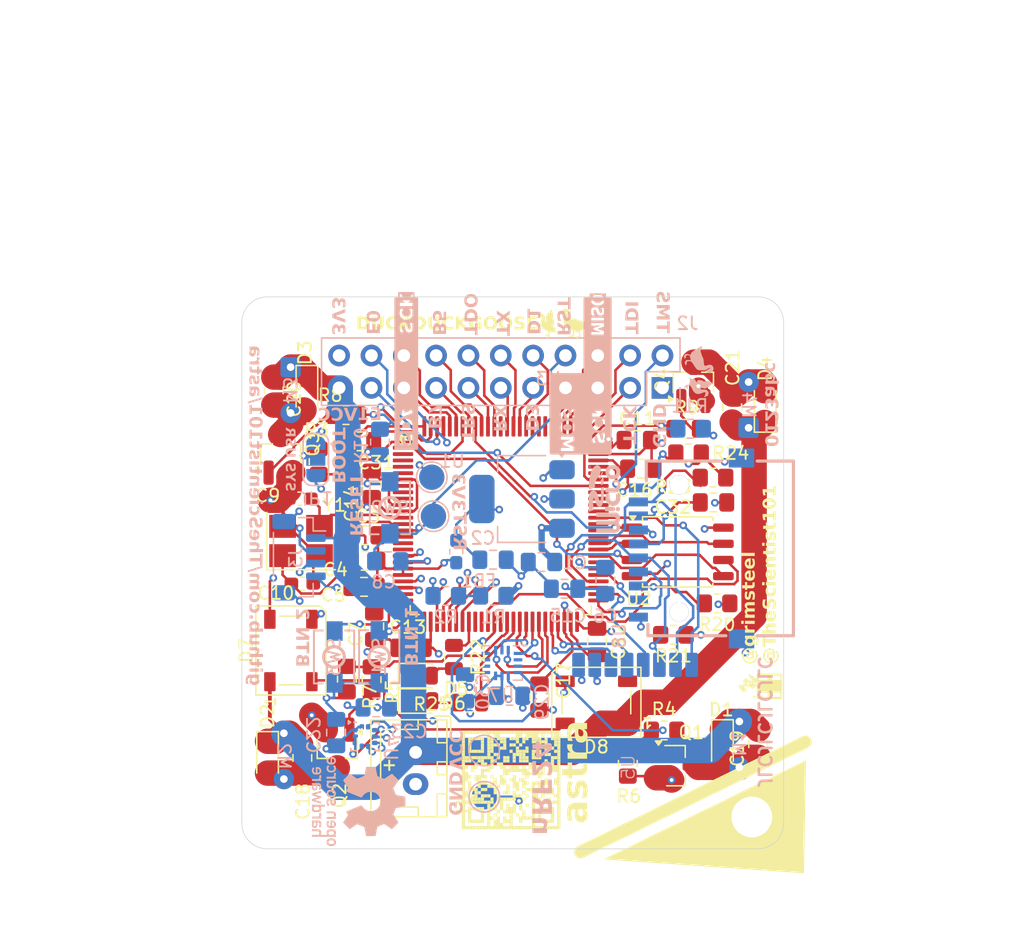
<source format=kicad_pcb>
(kicad_pcb (version 20241229) (generator "pcbnew") (generator_version "9.0")
  (layers (0 "F.Cu" signal) (4 "In1.Cu" signal) (6 "In2.Cu" signal) (2 "B.Cu" signal) (13 "F.Paste" user) (15 "B.Paste" user) (5 "F.SilkS" user "F.Silkscreen") (7 "B.SilkS" user "B.Silkscreen") (1 "F.Mask" user) (3 "B.Mask" user) (25 "Edge.Cuts" user))
  (net 0 "")
  (net 1 "+BATT")
  (net 2 "+3.3V")
  (net 3 "VDDA")
  (net 4 "RST")
  (net 5 "HSE_I")
  (net 6 "HSE_O")
  (net 7 "Net-(C16-Pad2)")
  (net 8 "Net-(D2-A)")
  (net 9 "Net-(D1-A)")
  (net 10 "Net-(D3-A)")
  (net 11 "Net-(D4-A)")
  (net 12 "DDG_MAGIC_6")
  (net 15 "TDI")
  (net 16 "TRST")
  (net 17 "TCLK")
  (net 18 "TDO")
  (net 19 "TMS")
  (net 20 "Net-(Q1-G)")
  (net 21 "Net-(Q2-G)")
  (net 22 "Net-(Q3-G)")
  (net 23 "Net-(Q4-G)")
  (net 24 "BAT_MEASURE")
  (net 25 "BOOT")
  (net 26 "MOTOR1")
  (net 27 "MOTOR2")
  (net 28 "MOTOR3")
  (net 29 "MOTOR4")
  (net 30 "FLASH_IO_3")
  (net 31 "QSPI_CLK")
  (net 32 "FLASH_IO_2")
  (net 33 "FLASH_CS")
  (net 34 "FLASH_IO_0")
  (net 35 "FLASH_IO_1")
  (net 36 "SPI2_MOSI")
  (net 37 "SPI2_CLK")
  (net 39 "NRF_CS")
  (net 42 "DDG_MAGIC_2")
  (net 44 "UART4_TX")
  (net 45 "SPI2_MISO")
  (net 46 "NRF_CE")
  (net 49 "DDG_MAGIC_5")
  (net 50 "DDG_MAGIC_4")
  (net 51 "UART4_RX")
  (net 55 "DDG_MAGIC_3")
  (net 57 "Net-(D5-A)")
  (net 63 "DDG_MAGIC_1")
  (net 71 "GND")
  (net 73 "Net-(U8-DAT2)")
  (net 74 "Net-(U8-DAT1)")
  (net 78 "Net-(JP1-C)")
  (net 79 "Net-(D6-A)")
  (net 80 "STATUS_LED_1")
  (net 81 "STATUS_LED_2")
  (net 82 "I2C1_SDA")
  (net 83 "SPI3_MOSI")
  (net 84 "SPI3_MISO")
  (net 85 "SPI3_CLK")
  (net 86 "I2C1_SCK")
  (net 87 "BTN1")
  (net 88 "BTN2")
  (net 89 "Net-(D7-DOUT)")
  (net 90 "NEOPIXEL")
  (net 91 "DDG_MAGIC_8")
  (net 92 "DDG_MAGIC_7")
  (net 94 "SPI1_CLK")
  (net 95 "BAR_CS")
  (net 96 "SPI1_MISO")
  (net 97 "SPI1_MOSI")
  (net 99 "SD_CS")
  (net 100 "SD_CD")
  (net 105 "IMU_INT1")
  (net 106 "NRF_IRQ")
  (net 107 "SPI4_MOSI")
  (net 108 "IMU_CS")
  (net 109 "SPI4_SCK")
  (net 110 "SPI4_MISO")
  (footprint "LOGO" (layer "F.Cu") (at 149.5 38.96)
    (property "Reference" "G***" (hide yes))
    (property "Value" "LOGO" (hide yes))
  )
  (footprint "Resistor_SMD:R_0805_2012Metric_Pad1.20x1.40mm_HandSolder" (layer "F.Cu") (at 161.63 60.95 180)
    (property "Reference" "R20")
    (property "Value" "10k")
  )
  (footprint "Capacitor_SMD:C_0805_2012Metric_Pad1.18x1.45mm_HandSolder" (layer "F.Cu") (at 134.7 62.75 90)
    (property "Reference" "C7")
    (property "Value" "100nF")
  )
  (footprint "LED_SMD:LED_WS2812B_PLCC4_5.0x5.0mm_P3.2mm" (layer "F.Cu") (at 152.15 68.72 180)
    (property "Reference" "D8")
    (property "Value" "WS2812B")
  )
  (footprint "MountingHole:MountingHole_3.2mm_M3" (layer "F.Cu") (at 126.8 39.37)
    (property "Reference" "REF**" (hide yes))
    (property "Value" "MountingHole_3.2mm_M3")
  )
  (footprint "Capacitor_SMD:C_0805_2012Metric_Pad1.18x1.45mm_HandSolder" (layer "F.Cu") (at 155.64 50.37 180)
    (property "Reference" "C16")
    (property "Value" "0.2uF")
  )
  (footprint "LED_SMD:LED_0805_2012Metric" (layer "F.Cu") (at 138.3025 68.62)
    (property "Reference" "D6")
    (property "Value" "LED")
  )
  (footprint "Capacitor_SMD:C_0805_2012Metric_Pad1.18x1.45mm_HandSolder" (layer "F.Cu") (at 133.95 55.6 180)
    (property "Reference" "C3")
    (property "Value" "1uF")
  )
  (footprint "Capacitor_SMD:C_0805_2012Metric_Pad1.18x1.45mm_HandSolder" (layer "F.Cu") (at 164.86 72.0075 -90)
    (property "Reference" "C19")
    (property "Value" "100nF")
  )
  (footprint "MountingHole:MountingHole_3.2mm_M3" (layer "F.Cu") (at 164.36 77.73)
    (property "Reference" "REF**" (hide yes))
    (property "Value" "MountingHole_3.2mm_M3")
  )
  (footprint "Capacitor_SMD:C_0805_2012Metric_Pad1.18x1.45mm_HandSolder" (layer "F.Cu") (at 152.2 63.95 -90)
    (property "Reference" "C12")
    (property "Value" "100nF")
  )
  (footprint "MountingHole:MountingHole_3.2mm_M3" (layer "F.Cu") (at 126.8 77.73)
    (property "Reference" "REF**" (hide yes))
    (property "Value" "MountingHole_3.2mm_M3")
  )
  (footprint "LED_SMD:LED_WS2812B_PLCC4_5.0x5.0mm_P3.2mm" (layer "F.Cu") (at 128.15 64.65 90)
    (property "Reference" "D7")
    (property "Value" "WS2812B")
  )
  (footprint "Capacitor_SMD:C_0805_2012Metric_Pad1.18x1.45mm_HandSolder" (layer "F.Cu") (at 147.68 68.3125 90)
    (property "Reference" "C17")
    (property "Value" "0.2uF")
  )
  (footprint "Resistor_SMD:R_0805_2012Metric_Pad1.20x1.40mm_HandSolder" (layer "F.Cu") (at 159.25 47.23)
    (property "Reference" "R9")
    (property "Value" "220")
  )
  (footprint "Package_TO_SOT_SMD:SOT-23_Handsoldering" (layer "F.Cu") (at 159.77 43.55 90)
    (property "Reference" "Q4")
    (property "Value" "AO3400A")
  )
  (footprint "lcsc:qrcode" (layer "F.Cu") (at 145.45 74.82 90)
    (property "Reference" "QR*****" (hide yes))
    (property "Value" "https://github.com/TheScientist101/astra" (hide yes))
  )
  (footprint "Diode_SMD:D_SOD-323_HandSoldering" (layer "F.Cu") (at 162.05 72.1 -90)
    (property "Reference" "D1")
    (property "Value" "1N4148")
  )
  (footprint "Resistor_SMD:R_0805_2012Metric_Pad1.20x1.40mm_HandSolder" (layer "F.Cu") (at 154.62 73.52 -90)
    (property "Reference" "R6")
    (property "Value" "10k")
  )
  (footprint "Capacitor_SMD:C_0805_2012Metric_Pad1.18x1.45mm_HandSolder" (layer "F.Cu") (at 155.36 48.12)
    (property "Reference" "C11")
    (property "Value" "100nF")
  )
  (footprint "Package_SO:SOIC-8_5.3x5.3mm_P1.27mm" (layer "F.Cu") (at 158.5375 56.905)
    (property "Reference" "U2")
    (property "Value" "W25Q64JVSSIQ_C179171")
  )
  (footprint "Capacitor_SMD:C_0603_1608Metric_Pad1.08x0.95mm_HandSolder" (layer "F.Cu") (at 129.05 59.4)
    (property "Reference" "C10")
    (property "Value" "3.9pF")
  )
  (footprint "Capacitor_SMD:C_0603_1608Metric_Pad1.08x0.95mm_HandSolder" (layer "F.Cu") (at 128.8525 52.72)
    (property "Reference" "C9")
    (property "Value" "3.9pF")
  )
  (footprint "LOGO" (layer "F.Cu") (at 165.75762 67.464761 90)
    (property "Reference" "G***" (hide yes))
    (property "Value" "LOGO" (hide yes))
  )
  (footprint "Capacitor_SMD:C_0805_2012Metric_Pad1.18x1.45mm_HandSolder" (layer "F.Cu") (at 126.81 44.21 -90)
    (property "Reference" "C20")
    (property "Value" "100nF")
  )
  (footprint "Diode_SMD:D_SOD-323_HandSoldering" (layer "F.Cu") (at 126.32 73.0325 -90)
    (property "Reference" "D2")
    (property "Value" "1N4148")
  )
  (footprint "Capacitor_SMD:C_0805_2012Metric_Pad1.18x1.45mm_HandSolder" (layer "F.Cu") (at 134.5 51.5875 90)
    (property "Reference" "C14")
    (property "Value" "100nF")
  )
  (footprint "Resistor_SMD:R_0805_2012Metric" (layer "F.Cu") (at 142.22 68.74)
    (property "Reference" "R25")
    (property "Value" "1k")
  )
  (footprint "Package_QFP:LQFP-100_14x14mm_P0.5mm" (layer "F.Cu") (at 144.634151 54.719938)
    (property "Reference" "U3")
    (property "Value" "STM32H750VBTx")
  )
  (footprint "Resistor_SMD:R_0805_2012Metric_Pad1.20x1.40mm_HandSolder" (layer "F.Cu") (at 161.31 51.07 180)
    (property "Reference" "R23")
    (property "Value" "10k")
  )
  (footprint "Capacitor_SMD:C_0805_2012Metric_Pad1.18x1.45mm_HandSolder" (layer "F.Cu") (at 133.62 48.22)
    (property "Reference" "C31")
    (property "Value" "100nF")
  )
  (footprint "LED_SMD:LED_0805_2012Metric" (layer "F.Cu") (at 138.2725 66.63)
    (property "Reference" "D5")
    (property "Value" "LED")
  )
  (footprint "Capacitor_SMD:C_0805_2012Metric_Pad1.18x1.45mm_HandSolder" (layer "F.Cu") (at 133.9 59.65)
    (property "Reference" "C5")
    (property "Value" "1uF")
  )
  (footprint "Resistor_SMD:R_0805_2012Metric" (layer "F.Cu") (at 140.96 65.1625 90)
    (property "Reference" "R22")
    (property "Value" "1k")
  )
  (footprint "Resistor_SMD:R_0805_2012Metric_Pad1.20x1.40mm_HandSolder" (layer "F.Cu") (at 130.33 49.81 -90)
    (property "Reference" "R3")
    (property "Value" "10k")
  )
  (footprint "Package_TO_SOT_SMD:SOT-23_Handsoldering" (layer "F.Cu") (at 158.37 73.7)
    (property "Reference" "Q1")
    (property "Value" "AO3400A")
  )
  (footprint "Capacitor_SMD:C_0805_2012Metric_Pad1.18x1.45mm_HandSolder" (layer "F.Cu") (at 129.05 73.09 -90)
    (property "Reference" "C18")
    (property "Value" "100nF")
  )
  (footprint "Capacitor_SMD:C_0805_2012Metric_Pad1.18x1.45mm_HandSolder" (layer "F.Cu") (at 161.35 53.02)
    (property "Reference" "C32")
    (property "Value" "100nF")
  )
  (footprint "Resistor_SMD:R_0805_2012Metric_Pad1.20x1.40mm_HandSolder" (layer "F.Cu") (at 134.49 66.94 -90)
    (property "Reference" "R5")
    (property "Value" "220")
  )
  (footprint "Package_TO_SOT_SMD:SOT-23_Handsoldering" (layer "F.Cu") (at 127.35 49.18 90)
    (property "Reference" "Q3")
    (property "Value" "AO3400A")
  )
  (footprint "Resistor_SMD:R_0805_2012Metric_Pad1.20x1.40mm_HandSolder" (layer "F.Cu") (at 157.47 70.93)
    (property "Reference" "R4")
    (property "Value" "220")
  )
  (footprint "Capacitor_SMD:C_0805_2012Metric_Pad1.18x1.45mm_HandSolder" (layer "F.Cu") (at 133.95 57.6 180)
    (property "Reference" "C4")
    (property "Value" "100nF")
  )
  (footprint "Connector_JST:JST_XH_B2B-XH-A_1x02_P2.50mm_Vertical" (layer "F.Cu") (at 137.95 72.65 -90)
    (property "Reference" "J1")
    (property "Value" "Conn_01x02_Pin")
  )
  (footprint "Resistor_SMD:R_0805_2012Metric_Pad1.20x1.40mm_HandSolder" (layer "F.Cu") (at 158.2 63.42 180)
    (property "Reference" "R21")
    (property "Value" "10k")
  )
  (footprint "Resistor_SMD:R_0805_2012Metric_Pad1.20x1.40mm_HandSolder" (layer "F.Cu") (at 132.55 66.9 -90)
    (property "Reference" "R7")
    (property "Value" "10k")
  )
  (footprint "Package_TO_SOT_SMD:SOT-23_Handsoldering" (layer "F.Cu") (at 131.7975 72.37 -90)
    (property "Reference" "Q2")
    (property "Value" "AO3400A")
  )
  (footprint "Resistor_SMD:R_0805_2012Metric_Pad1.20x1.40mm_HandSolder" (layer "F.Cu") (at 159.39 49.16 180)
    (property "Reference" "R24")
    (property "Value" "10k")
  )
  (footprint "MountingHole:MountingHole_3.2mm_M3" (layer "F.Cu") (at 164.36 39.37)
    (property "Reference" "REF**" (hide yes))
    (property "Value" "MountingHole_3.2mm_M3")
  )
  (footprint "Diode_SMD:D_SOD-323_HandSoldering" (layer "F.Cu") (at 165.41 45.49 90)
    (property "Reference" "D4")
    (property "Value" "1N4148")
  )
  (footprint "Resistor_SMD:R_0805_2012Metric_Pad1.20x1.40mm_HandSolder" (layer "F.Cu") (at 132.48 46.16 180)
    (property "Reference" "R8")
    (property "Value" "220")
  )
  (footprint "LOGO" (layer "F.Cu") (at 164.212736 67.336138 90)
    (property "Reference" "G***" (hide yes))
    (property "Value" "LOGO" (hide yes))
  )
  (footprint "Capacitor_SMD:C_0805_2012Metric_Pad1.18x1.45mm_HandSolder" (layer "F.Cu") (at 162.82 45.54 90)
    (property "Reference" "C21")
    (property "Value" "100nF")
  )
  (footprint "Diode_SMD:D_SOD-323_HandSoldering" (layer "F.Cu") (at 129.41 44.2725 -90)
    (property "Reference" "D3")
    (property "Value" "1N4148")
  )
  (footprint "Capacitor_SMD:C_0805_2012Metric_Pad1.18x1.45mm_HandSolder" (layer "F.Cu") (at 137.5925 64.44 180)
    (property "Reference" "C13")
    (property "Value" "100nF")
  )
  (footprint "Crystal:Crystal_SMD_3225-4Pin_3.2x2.5mm_HandSoldering" (layer "F.Cu") (at 128.95 56.05)
    (property "Reference" "Y1")
    (property "Value" "25 MHz")
  )
  (footprint "lcsc:SW-SMD_L4.0-W2.9-LS5.0" (layer "B.Cu") (at 131.54 65.16 90)
    (property "Reference" "SW3")
    (property "Value" "SW_Push")
  )
  (footprint "Resistor_SMD:R_0805_2012Metric_Pad1.20x1.40mm_HandSolder" (layer "B.Cu") (at 159.55 47.23)
    (property "Reference" "R11")
    (property "Value" "10k")
  )
  (footprint "Package_TO_SOT_SMD:SOT-223-3_TabPin2" (layer "B.Cu") (at 146.3 52.75 180)
    (property "Reference" "U1")
    (property "Value" "TLV1117LV33DCYR")
  )
  (footprint "Capacitor_SMD:C_0805_2012Metric_Pad1.18x1.45mm_HandSolder" (layer "B.Cu") (at 149.65 59.8 180)
    (property "Reference" "C15")
    (property "Value" "4.7uF")
  )
  (footprint "Capacitor_SMD:C_0805_2012Metric_Pad1.18x1.45mm_HandSolder" (layer "B.Cu") (at 141.83 67.59 -90)
    (property "Reference" "C30")
    (property "Value" "100nF")
  )
  (footprint "Capacitor_SMD:C_0805_2012Metric_Pad1.18x1.45mm_HandSolder" (layer "B.Cu") (at 134.86 69.12)
    (property "Reference" "C23")
    (property "Value" "100nF")
  )
  (footprint "Capacitor_SMD:C_0805_2012Metric_Pad1.18x1.45mm_HandSolder" (layer "B.Cu") (at 144.03 57.52)
    (property "Reference" "C2")
    (property "Value" "10uF")
  )
  (footprint "Resistor_SMD:R_0805_2012Metric_Pad1.20x1.40mm_HandSolder" (layer "B.Cu") (at 135.15 48.27 -90)
    (property "Reference" "R10")
    (property "Value" "10k")
  )
  (footprint "LOGO" (layer "B.Cu") (at 133.47 76.51 90)
    (property "Reference" "G***" (hide yes))
    (property "Value" "LOGO" (hide yes))
  )
  (footprint "Resistor_SMD:R_0805_2012Metric_Pad1.20x1.40mm_HandSolder" (layer "B.Cu") (at 144.05 60.35)
    (property "Reference" "R1")
    (property "Value" "100k")
  )
  (footprint "TestPoint:TestPoint_Pad_D2.0mm" (layer "B.Cu") (at 139.35 54.1 180)
    (property "Reference" "TP3" (hide yes))
    (property "Value" "TP_RST" (hide yes))
  )
  (footprint "Capacitor_SMD:C_0805_2012Metric_Pad1.18x1.45mm_HandSolder" (layer "B.Cu") (at 152.85 59.15 -90)
    (property "Reference" "C6")
    (property "Value" "100nF")
  )
  (footprint "Connector_PinHeader_2.54mm:PinHeader_2x11_P2.54mm_Vertical" (layer "B.Cu") (at 157.34 44.02 90)
    (property "Reference" "J2")
    (property "Value" "Conn_02x11_Odd_Even")
  )
  (footprint "Connector_Wire:SolderWire-0.1sqmm_1x02_P3.6mm_D0.4mm_OD1mm" (layer "B.Cu") (at 163.38 70.23 -90)
    (property "Reference" "M1")
    (property "Value" "Motor_DC")
  )
  (footprint "Connector_Wire:SolderWire-0.1sqmm_1x02_P3.6mm_D0.4mm_OD1mm" (layer "B.Cu") (at 127.6 71.15 -90)
    (property "Reference" "M2")
    (property "Value" "Motor_DC")
  )
  (footprint "Capacitor_SMD:C_0805_2012Metric_Pad1.18x1.45mm_HandSolder" (layer "B.Cu") (at 135.7625 57.64)
    (property "Reference" "C8")
    (property "Value" "100nF")
  )
  (footprint "TestPoint:TestPoint_Pad_D2.0mm" (layer "B.Cu") (at 143.35 76.14 180)
    (property "Reference" "TP4" (hide yes))
    (property "Value" "TP_GND")
  )
  (footprint "Package_LGA:ST_HLGA-10_2x2mm_P0.5mm_LayoutBorder3x2y" (layer "B.Cu") (at 133.9725 71.41 -90)
    (property "Reference" "U4")
    (property "Value" "BMP388")
  )
  (footprint "Connector_Wire:SolderWire-0.1sqmm_1x02_P3.6mm_D0.4mm_OD1mm" (layer "B.Cu") (at 164.11 47.16 90)
    (property "Reference" "M4")
    (property "Value" "Motor_DC")
  )
  (footprint "Capacitor_SMD:C_0805_2012Metric_Pad1.18x1.45mm_HandSolder" (layer "B.Cu") (at 131.7 71.1 -90)
    (property "Reference" "C22")
    (property "Value" "100nF")
  )
  (footprint "Connector_JST:JST_SH_BM04B-SRSS-TB_1x04-1MP_P1.00mm_Vertical" (layer "B.Cu") (at 128.79 57.32 -90)
    (property "Reference" "J3")
    (property "Value" "Conn_01x04_MountingPin")
  )
  (footprint "Capacitor_SMD:C_0805_2012Metric_Pad1.18x1.45mm_HandSolder" (layer "B.Cu") (at 147.8375 57.7)
    (property "Reference" "C1")
    (property "Value" "10uF")
  )
  (footprint "Inductor_SMD:L_0603_1608Metric_Pad1.05x0.95mm_HandSolder" (layer "B.Cu") (at 141.14 56.88 -90)
    (property "Reference" "FB1")
    (property "Value" "601T05")
  )
  (footprint "LOGO" (layer "B.Cu") (at 152.79 52.75 90)
    (property "Reference" "G***" (hide yes))
    (property "Value" "LOGO" (hide yes))
  )
  (footprint "Capacitor_SMD:C_0805_2012Metric_Pad1.18x1.45mm_HandSolder" (layer "B.Cu") (at 145.33 68.21 180)
    (property "Reference" "C29")
    (property "Value" "100nF")
  )
  (footprint "lcsc:nRF24L01_SMD_Breakout" (layer "B.Cu") (at 155.15 73.8275 -90)
    (property "Reference" "U5")
    (property "Value" "NRF24L01_Breakout")
  )
  (footprint "Jumper:SolderJumper-3_P1.3mm_Open_RoundedPad1.0x1.5mm" (layer "B.Cu") (at 130.1075 49.64 -90)
    (property "Reference" "JP1")
    (property "Value" "SolderJumper_3_Open")
  )
  (footprint "TestPoint:TestPoint_Pad_D2.0mm" (layer "B.Cu") (at 139.22 51.04 90)
    (property "Reference" "TP2" (hide yes))
    (property "Value" "TP_3.3" (hide yes))
  )
  (footprint "Resistor_SMD:R_0805_2012Metric_Pad1.20x1.40mm_HandSolder" (layer "B.Cu") (at 140.32 60.36)
    (property "Reference" "R2")
    (property "Value" "100k")
  )
  (footprint "lcsc:SIM-SMD_HYCW110-TF10-180B" (layer "B.Cu") (at 159.5 56.63 -90)
    (property "Reference" "U8")
    (property "Value" "HYCW110-TF10-180B")
  )
  (footprint "lcsc:SW-SMD_L4.0-W2.9-LS5.0" (layer "B.Cu") (at 135.09 65.14 90)
    (property "Reference" "SW1")
    (property "Value" "SW_Push")
  )
  (footprint "LOGO" (layer "B.Cu") (at 160.19 42.75 90)
    (property "Reference" "G***" (hide yes))
    (property "Value" "LOGO" (hide yes))
  )
  (footprint "TestPoint:TestPoint_Pad_D2.0mm" (layer "B.Cu") (at 143.33 72.51 180)
    (property "Reference" "TP1" (hide yes))
    (property "Value" "TP_BAT")
  )
  (footprint "lcsc:SW-SMD_L4.0-W2.9-LS5.0" (layer "B.Cu") (at 135.93 53.44 -90)
    (property "Reference" "SW2")
    (property "Value" "SW_Push")
  )
  (footprint "Connector_Wire:SolderWire-0.1sqmm_1x02_P3.6mm_D0.4mm_OD1mm" (layer "B.Cu") (at 128.13 42.3925 -90)
    (property "Reference" "M3")
    (property "Value" "Motor_DC")
  )
  (footprint "Package_LGA:Bosch_LGA-14_3x2.5mm_P0.5mm" (layer "B.Cu") (at 144.73 65.6325 180)
    (property "Reference" "U7")
    (property "Value" "BMI270")
  )
  (gr_poly (pts (xy 152.89 81.02) (xy 168.565 73.36) (xy 168.41 82.087071) (xy 168.4 82.097071)) (stroke (width 0.1)) (fill yes) (layer "F.SilkS"))
  (gr_line (start 150.9 80.48) (end 168.565 71.84) (stroke (width 1)) (layer "F.SilkS"))
  (gr_line (start 126.3 36.87) (end 164.86 36.87) (stroke (width 0.05)) (layer "Edge.Cuts"))
  (gr_line (start 124.3 78.23) (end 124.3 38.87) (stroke (width 0.05)) (layer "Edge.Cuts"))
  (gr_line (start 166.86 38.87) (end 166.86 78.23) (stroke (width 0.05)) (layer "Edge.Cuts"))
  (gr_arc (start 166.86 78.23) (mid 166.274214 79.644214) (end 164.86 80.23) (stroke (width 0.05)) (layer "Edge.Cuts"))
  (gr_line (start 164.86 80.23) (end 126.3 80.23) (stroke (width 0.05)) (layer "Edge.Cuts"))
  (gr_arc (start 164.86 36.87) (mid 166.274214 37.455786) (end 166.86 38.87) (stroke (width 0.05)) (layer "Edge.Cuts"))
  (gr_arc (start 126.3 80.23) (mid 124.885786 79.644214) (end 124.3 78.23) (stroke (width 0.05)) (layer "Edge.Cuts"))
  (gr_arc (start 124.3 38.87) (mid 124.885786 37.455786) (end 126.3 36.87) (stroke (width 0.05)) (layer "Edge.Cuts"))
  (gr_text "+  -" (at 135.27 73.08 270) (layer "F.SilkS") (effects (font (size 1 1) (thickness 0.25) (bold yes)) (justify left bottom)))
  (gr_text "@TheScientist101" (at 166.4 65.78 90) (layer "F.SilkS") (effects (font (size 1 1) (thickness 0.25) (bold yes)) (justify left bottom)))
  (gr_text "@grimsteel" (at 164.75762 65.77 90) (layer "F.SilkS") (effects (font (size 1 1) (thickness 0.25) (bold yes)) (justify left bottom)))
  (gr_text "DUCKDUCKGOOSE™" (at 133.26 39.6 0) (layer "F.SilkS") (effects (font (size 1 1) (thickness 0.3) (bold yes)) (justify left bottom)))
  (gr_text "astra" (at 151.76 78.28 90) (layer "F.SilkS") (effects (font (size 2 2) (thickness 0.4) (bold yes)) (justify left bottom)))
  (gr_text "TCK" (at 154.09 48.47 270) (layer "B.SilkS") (effects (font (size 1 1) (thickness 0.2) (bold yes)) (justify left bottom mirror)))
  (gr_text "SCK" (at 151.66 48.44 270) (layer "B.SilkS" knockout) (effects (font (size 1 1) (thickness 0.2) (bold yes)) (justify left bottom mirror)))
  (gr_text "RX" (at 143.93 47.49 270) (layer "B.SilkS") (effects (font (size 1 1) (thickness 0.2) (bold yes)) (justify left bottom mirror)))
  (gr_text "RESET" (at 132.642661 55.677403 270) (layer "B.SilkS") (effects (font (size 1 1) (thickness 0.25) (bold yes)) (justify left bottom mirror)))
  (gr_text "GND" (at 156.43 48.72 270) (layer "B.SilkS") (effects (font (size 1 1) (thickness 0.2) (bold yes)) (justify left bottom mirror)))
  (gr_text "3V3" (at 140.66 53.74 270) (layer "B.SilkS") (effects (font (size 1 1) (thickness 0.125) (bold yes)) (justify left bottom mirror)))
  (gr_text "TRS" (at 141.41 48.21 270) (layer "B.SilkS") (effects (font (size 1 1) (thickness 0.2) (bold yes)) (justify left bottom mirror)))
  (gr_text "TMS" (at 156.72 39.73 270) (layer "B.SilkS") (effects (font (size 1 1) (thickness 0.2) (bold yes)) (justify left bottom mirror)))
  (gr_text "0123abc" (at 165.25 48.66 270) (layer "B.SilkS") (effects (font (size 1 1) (thickness 0.2) (bold yes)) (justify left bottom mirror)))
  (gr_text "D1" (at 146.57 39.85 270) (layer "B.SilkS") (effects (font (size 1 1) (thickness 0.2) (bold yes)) (justify left bottom mirror)))
  (gr_text "GND" (at 140.43 77.63 270) (layer "B.SilkS") (effects (font (size 1 1) (thickness 0.125) (bold yes)) (justify left bottom mirror)))
  (gr_text "MOSI" (at 149.19 49.11 270) (layer "B.SilkS" knockout) (effects (font (size 1 1) (thickness 0.2) (bold yes)) (justify left bottom mirror)))
  (gr_text "D3" (at 146.45 47.45 270) (layer "B.SilkS") (effects (font (size 1 1) (thickness 0.2) (bold yes)) (justify left bottom mirror)))
  (gr_text "BTN 2" (at 128.4 65.96 270) (layer "B.SilkS") (effects (font (size 1 1) (thickness 0.25) (bold yes)) (justify left bottom mirror)))
  (gr_text "VCC" (at 140.45 74.05 270) (layer "B.SilkS") (effects (font (size 1 1) (thickness 0.125) (bold yes)) (justify left bottom mirror)))
  (gr_text "RST" (at 140.77 56.81 270) (layer "B.SilkS") (effects (font (size 1 1) (thickness 0.125) (bold yes)) (justify left bottom mirror)))
  (gr_text "VCC" (at 133.38 46.77 0) (layer "B.SilkS") (effects (font (size 1 1) (thickness 0.2) (bold yes)) (justify left bottom mirror)))
  (gr_text "B7" (at 138.82 47.28 270) (layer "B.SilkS") (effects (font (size 1 1) (thickness 0.2) (bold yes)) (justify left bottom mirror)))
  (gr_text "TDI" (at 154.26 39.81 270) (layer "B.SilkS") (effects (font (size 1 1) (thickness 0.2) (bold yes)) (justify left bottom mirror)))
  (gr_text "SDA" (at 136.53 48.55 270) (layer "B.SilkS" knockout) (effects (font (size 1 1) (thickness 0.2) (bold yes)) (justify left bottom mirror)))
  (gr_text "github.com/TheScientist101/astra" (at 124.73 67.43 270) (layer "B.SilkS") (effects (font (size 1 1) (thickness 0.2) (bold yes)) (justify left bottom mirror)))
  (gr_text "3V3" (at 131.24 39.88 270) (layer "B.SilkS") (effects (font (size 1 1) (thickness 0.2) (bold yes)) (justify left bottom mirror)))
  (gr_text "MISO" (at 151.58 39.94 270) (layer "B.SilkS" knockout) (effects (font (size 1 0.8) (thickness 0.2) (bold yes)) (justify left bottom mirror)))
  (gr_text "BOOT" (at 131.25 49.32 270) (layer "B.SilkS") (effects (font (size 1 1) (thickness 0.2) (bold yes)) (justify bottom mirror)))
  (gr_text "JLCJLCJLCJLC" (at 164.78 75.54 270) (layer "B.SilkS") (effects (font (size 1 1) (thickness 0.2) (bold yes)) (justify left bottom mirror)))
  (gr_text "TDO" (at 141.62 39.88 270) (layer "B.SilkS") (effects (font (size 1 1) (thickness 0.2) (bold yes)) (justify left bottom mirror)))
  (gr_text "BTN 1" (at 136.94 65.89 270) (layer "B.SilkS") (effects (font (size 1 1) (thickness 0.25) (bold yes)) (justify left bottom mirror)))
  (gr_text "SCK" (at 136.54 39.76 270) (layer "B.SilkS" knockout) (effects (font (size 1 1) (thickness 0.2) (bold yes)) (justify left bottom mirror)))
  (gr_text "E1" (at 135.31 46.72 0) (layer "B.SilkS") (effects (font (size 1 1) (thickness 0.2) (bold yes)) (justify left bottom mirror)))
  (gr_text "RST" (at 148.93 39.94 270) (layer "B.SilkS") (effects (font (size 1 1) (thickness 0.2) (bold yes)) (justify left bottom mirror)))
  (gr_text "E0" (at 133.95 39.84 270) (layer "B.SilkS") (effects (font (size 1 1) (thickness 0.2) (bold yes)) (justify left bottom mirror)))
  (gr_text "TX" (at 144.16 39.95 270) (layer "B.SilkS") (effects (font (size 1 1) (thickness 0.2) (bold yes)) (justify left bottom mirror)))
  (gr_text "nRF24" (at 146.87 79.16 270) (layer "B.SilkS") (effects (font (size 1.5 1.5) (thickness 0.25) (bold yes)) (justify left bottom mirror)))
  (gr_text "SYS USR" (at 127.63 49.63 270) (layer "B.SilkS") (effects (font (size 0.75 0.75) (thickness 0.1875) (bold yes)) (justify bottom mirror)))
  (gr_text "B5" (at 139.15 39.91 270) (layer "B.SilkS") (effects (font (size 1 1) (thickness 0.2) (bold yes)) (justify left bottom mirror)))
  (segment (start 128.014816 71.15) (end 128.917316 72.0525) (width 2) (layer "F.Cu") (net 1))
  (segment (start 126.81 43.1725) (end 127.35 43.1725) (width 2) (layer "F.Cu") (net 1))
  (segment (start 163.38 70.23) (end 162.67 70.23) (width 2) (layer "F.Cu") (net 1))
  (segment (start 164.246 70.23) (end 164.86 70.844) (width 2) (layer "F.Cu") (net 1))
  (segment (start 128.13 42.3925) (end 128.93 42.3925) (width 2) (layer "F.Cu") (net 1))
  (segment (start 127.35 43.1725) (end 128.13 42.3925) (width 2) (layer "F.Cu") (net 1))
  (segment (start 154.6 69.94105) (end 154.6 70.37) (width 2) (layer "F.Cu") (net 1))
  (segment (start 126.32 71.7825) (end 126.9675 71.7825) (width 2) (layer "F.Cu") (net 1))
  (segment (start 164.11 47.16) (end 163.2765 47.16) (width 2) (layer "F.Cu") (net 1))
  (segment (start 128.13 42.3925) (end 128.78 42.3925) (width 2) (layer "F.Cu") (net 1))
  (segment (start 163.2765 47.16) (end 162.82 46.7035) (width 2) (layer "F.Cu") (net 1))
  (segment (start 152.548242 70.37) (end 150.268242 72.65) (width 2) (layer "F.Cu") (net 1))
  (segment (start 128.93 42.3925) (end 130.5775 44.04) (width 2) (layer "F.Cu") (net 1))
  (segment (start 126.5 70.05) (end 127.6 71.15) (width 0.3) (layer "F.Cu") (net 1))
  (segment (start 164.5395 47.5895) (end 164.5395 61.95) (width 2) (layer "F.Cu") (net 1))
  (segment (start 163.38 70.23) (end 164.246 70.23) (width 2) (layer "F.Cu") (net 1))
  (segment (start 164.5395 61.95) (end 157.7685 68.721) (width 2) (layer "F.Cu") (net 1))
  (segment (start 157.7685 68.721) (end 155.82005 68.721) (width 2) (layer "F.Cu") (net 1))
  (segment (start 154.6 70.37) (end 152.548242 70.37) (width 2) (layer "F.Cu") (net 1))
  (segment (start 155.82005 68.721) (end 154.6 69.94105) (width 2) (layer "F.Cu") (net 1))
  (segment (start 164.11 47.16) (end 164.5395 47.5895) (width 2) (layer "F.Cu") (net 1))
  (segment (start 128.78 42.3925) (end 129.41 43.0225) (width 2) (layer "F.Cu") (net 1))
  (segment (start 127.6 71.15) (end 128.014816 71.15) (width 2) (layer "F.Cu") (net 1))
  (segment (start 164.939 47.16) (end 165.359 46.74) (width 2) (layer "F.Cu") (net 1))
  (segment (start 130.5775 44.04) (end 132.03 44.04) (width 2) (layer "F.Cu") (net 1))
  (segment (start 164.11 47.16) (end 164.939 47.16) (width 2) (layer "F.Cu") (net 1))
  (segment (start 126.9675 71.7825) (end 127.6 71.15) (width 2) (layer "F.Cu") (net 1))
  (segment (start 150.268242 72.65) (end 137.95 72.65) (width 2) (layer "F.Cu") (net 1))
  (segment (start 126.5 67.1) (end 126.5 70.05) (width 0.3) (layer "F.Cu") (net 1))
  (segment (start 162.67 70.23) (end 162.05 70.85) (width 2) (layer "F.Cu") (net 1))
  (via (at 147.85 55) (size 0.6) (drill 0.3) (layers "F.Cu" "B.Cu") (net 1))
  (via (at 146.034295 59.570373) (size 0.6) (drill 0.3) (layers "F.Cu" "B.Cu") (net 1))
  (segment (start 131.84 75.39) (end 134.659448 75.39) (width 2) (layer "B.Cu") (net 1))
  (segment (start 132.620472 48.349737) (end 132.699 48.428265) (width 2) (layer "B.Cu") (net 1))
  (segment (start 134.49 60.32) (end 135.778 60.32) (width 2) (layer "B.Cu") (net 1))
  (segment (start 134.659448 75.39) (end 137.399448 72.65) (width 2) (layer "B.Cu") (net 1))
  (segment (start 147.85 55) (end 147.85 56.675) (width 0.5) (layer "B.Cu") (net 1))
  (segment (start 132.493918 55.903561) (end 132.493918 58.323918) (width 2) (layer "B.Cu") (net 1))
  (segment (start 145.254668 60.35) (end 146.034295 59.570373) (width 0.5) (layer "B.Cu") (net 1))
  (segment (start 143.33 72.51) (end 138.09 72.51) (width 2) (layer "B.Cu") (net 1))
  (segment (start 137.74 66.158265) (end 137.79 66.208265) (width 2) (layer "B.Cu") (net 1))
  (segment (start 132.03 44.04) (end 132.03 45.5) (width 2) (layer "B.Cu") (net 1))
  (segment (start 132.620472 55.777007) (end 132.493918 55.903561) (width 2) (layer "B.Cu") (net 1))
  (segment (start 132.493918 58.323918) (end 134.49 60.32) (width 2) (layer "B.Cu") (net 1))
  (segment (start 145.05 60.35) (end 145.254668 60.35) (width 0.5) (layer "B.Cu") (net 1))
  (segment (start 147.85 56.675) (end 148.875 57.7) (width 0.5) (layer "B.Cu") (net 1))
  (segment (start 132.620472 46.090472) (end 132.620472 48.349737) (width 2) (layer "B.Cu") (net 1))
  (segment (start 138.09 72.51) (end 137.95 72.65) (width 2) (layer "B.Cu") (net 1))
  (segment (start 149.45 55.05) (end 147.9 55.05) (width 0.5) (layer "B.Cu") (net 1))
  (segment (start 132.699 48.428265) (end 132.699 49.734679) (width 2) (layer "B.Cu") (net 1))
  (segment (start 132.620472 49.813207) (end 132.620472 55.777007) (width 2) (layer "B.Cu") (net 1))
  (segment (start 137.74 62.282) (end 137.74 66.158265) (width 2) (layer "B.Cu") (net 1))
  (segment (start 127.6 71.15) (end 131.84 75.39) (width 2) (layer "B.Cu") (net 1))
  (segment (start 143.33 72.51) (end 161.1 72.51) (width 2) (layer "B.Cu") (net 1))
  (segment (start 132.03 45.5) (end 132.620472 46.090472) (width 2) (layer "B.Cu") (net 1))
  (segment (start 135.778 60.32) (end 137.74 62.282) (width 2) (layer "B.Cu") (net 1))
  (segment (start 147.9 55.05) (end 147.85 55) (width 0.5) (layer "B.Cu") (net 1))
  (segment (start 137.79 66.208265) (end 137.79 72.49) (width 2) (layer "B.Cu") (net 1))
  (segment (start 161.1 72.51) (end 163.38 70.23) (width 2) (layer "B.Cu") (net 1))
  (segment (start 132.410357 55.82) (end 132.493918 55.903561) (width 0.2) (layer "B.Cu") (net 1))
  (segment (start 130.115 55.82) (end 132.410357 55.82) (width 0.2) (layer "B.Cu") (net 1))
  (segment (start 137.399448 72.65) (end 137.95 72.65) (width 2) (layer "B.Cu") (net 1))
  (segment (start 137.79 72.49) (end 137.95 72.65) (width 2) (layer "B.Cu") (net 1))
  (segment (start 132.699 49.734679) (end 132.620472 49.813207) (width 2) (layer "B.Cu") (net 1))
  (segment (start 135.594938 53.719938) (end 136.959151 53.719938) (width 0.2) (layer "F.Cu") (net 2))
  (segment (start 139.134151 63.935849) (end 138.63 64.44) (width 0.2) (layer "F.Cu") (net 2))
  (segment (start 153.35 48.719938) (end 153.35 48.3) (width 0.2) (layer "F.Cu") (net 2))
  (segment (start 158.6 53.02) (end 160.3125 53.02) (width 0.2) (layer "F.Cu") (net 2))
  (segment (start 136.75 47.044938) (end 136.726411 47.044938) (width 0.2) (layer "F.Cu") (net 2))
  (segment (start 136.959151 51.219938) (end 137.859938 51.219938) (width 0.2) (layer "F.Cu") (net 2))
  (segment (start 160.125234 49.984766) (end 160.58 49.53) (width 0.2) (layer "F.Cu") (net 2))
  (segment (start 153.35 48.719938) (end 153.947469 48.122469) (width 0.2) (layer "F.Cu") (net 2))
  (segment (start 133.27355 47.95645) (end 132.84605 47.95645) (width 0.2) (layer "F.Cu") (net 2))
  (segment (start 162.26 51.14) (end 160.45 49.33) (width 0.2) (layer "F.Cu") (net 2))
  (segment (start 153.35 48.3) (end 153.1 48.05) (width 0.2) (layer "F.Cu") (net 2))
  (segment (start 151.151713 62.9125) (end 150.634151 62.394938) (width 0.2) (layer "F.Cu") (net 2))
  (segment (start 160.36 63.42) (end 159.2 63.42) (width 0.2) (layer "F.Cu") (net 2))
  (segment (start 152.2 62.9125) (end 151.151713 62.9125) (width 0.2) (layer "F.Cu") (net 2))
  (segment (start 138.63 64.44) (end 139.29 64.44) (width 0.2) (layer "F.Cu") (net 2))
  (segment (start 137.859938 51.219938) (end 138.060151 51.420151) (width 0.2) (layer "F.Cu") (net 2))
  (segment (start 138.634151 47.044938) (end 136.75 47.044938) (width 0.2) (layer "F.Cu") (net 2))
  (segment (start 134.121472 53.4) (end 134.5 53.021472) (width 0.2) (layer "F.Cu") (net 2))
  (segment (start 161.73 61.02) (end 162.56 61.02) (width 0.2) (layer "F.Cu") (net 2))
  (segment (start 152.88 63.15) (end 153.32 63.15) (width 0.2) (layer "F.Cu") (net 2))
  (segment (start 152.309151 48.719938) (end 153.35 48.719938) (width 0.2) (layer "F.Cu") (net 2))
  (segment (start 136.726411 47.044938) (end 135.211473 45.53) (width 0.2) (layer "F.Cu") (net 2))
  (segment (start 159.391606 49.984766) (end 160.125234 49.984766) (width 0.2) (layer "F.Cu") (net 2))
  (segment (start 134.185062 47.044938) (end 133.27355 47.95645) (width 0.2) (layer "F.Cu") (net 2))
  (segment (start 137.792975 53.719938) (end 136.959151 53.719938) (width 0.2) (layer "F.Cu") (net 2))
  (segment (start 134.5 52.625) (end 135.594938 53.719938) (width 0.2) (layer "F.Cu") (net 2))
  (segment (start 139.134151 62.394938) (end 139.134151 63.935849) (width 0.2) (layer "F.Cu") (net 2))
  (segment (start 157.545735 54.074265) (end 158.6 53.02) (width 0.2) (layer "F.Cu") (net 2))
  (segment (start 136.75 47.044938) (end 134.185062 47.044938) (width 0.2) (layer "F.Cu") (net 2))
  (segment (start 139.29 64.44) (end 139.76 64.91) (width 0.2) (layer "F.Cu") (net 2))
  (segment (start 138.060151 51.420151) (end 138.060151 53.452762) (width 0.2) (layer "F.Cu") (net 2))
  (segment (start 152.6425 62.9125) (end 152.88 63.15) (width 0.2) (layer "F.Cu") (net 2))
  (segment (start 160.75 55) (end 160.65 55.1) (width 0.2) (layer "F.Cu") (net 2))
  (segment (start 162.125 55) (end 160.75 55) (width 0.2) (layer "F.Cu") (net 2))
  (segment (start 138.060151 53.452762) (end 137.792975 53.719938) (width 0.2) (layer "F.Cu") (net 2))
  (via (at 130.938554 72.367234) (size 0.6) (drill 0.3) (layers "F.Cu" "B.Cu") (net 2))
  (via (at 151 66.99) (size 0.6) (drill 0.3) (layers "F.Cu" "B.Cu") (net 2))
  (via (at 157.545735 54.074265) (size 0.6) (drill 0.3) (layers "F.Cu" "B.Cu") (net 2))
  (via (at 148.05 52.75) (size 0.6) (drill 0.3) (layers "F.Cu" "B.Cu") (net 2))
  (via (at 153.32 63.15) (size 0.6) (drill 0.3) (layers "F.Cu" "B.Cu") (net 2))
  (via (at 144.52 53.58) (size 0.6) (drill 0.3) (layers "F.Cu" "B.Cu") (net 2))
  (via (at 134.95 69.13) (size 0.6) (drill 0.3) (layers "F.Cu" "B.Cu") (net 2))
  (via (at 160.65 55.1) (size 0.6) (drill 0.3) (layers "F.Cu" "B.Cu") (net 2))
  (via (at 139.76 64.91) (size 0.6) (drill 0.3) (layers "F.Cu" "B.Cu") (net 2))
  (via (at 146.3675 69.16) (size 0.6) (drill 0.3) (layers "F.Cu" "B.Cu") (net 2))
  (via (at 135.211473 45.53) (size 0.6) (drill 0.3) (layers "F.Cu" "B.Cu") (net 2))
  (via (at 153.1 48.05) (size 0.6) (drill 0.3) (layers "F.Cu" "B.Cu") (net 2))
  (via (at 159.391606 49.984766) (size 0.6) (drill 0.3) (layers "F.Cu" "B.Cu") (net 2))
  (via (at 138.255426 50.076637) (size 0.6) (drill 0.3) (layers "F.Cu" "B.Cu") (net 2))
  (via (at 130.5309 51.949054) (size 0.6) (drill 0.3) (layers "F.Cu" "B.Cu") (net 2))
  (via (at 160.36 63.42) (size 0.6) (drill 0.3) (layers "F.Cu" "B.Cu") (net 2))
  (via (at 134.121472 53.4) (size 0.6) (drill 0.3) (layers "F.Cu" "B.Cu") (net 2))
  (via (at 161.73 61.02) (size 0.6) (drill 0.3) (layers "F.Cu" "B.Cu") (net 2))
  (via (at 142.179487 67.54) (size 0.6) (drill 0.3) (layers "F.Cu" "B.Cu") (net 2))
  (via (at 149.7 59.61) (size 0.6) (drill 0.3) (layers "F.Cu" "B.Cu") (net 2))
  (segment (start 144.52 53.58) (end 143.98 53.58) (width 0.2) (layer "B.Cu") (net 2))
  (segment (start 141.14 54.76) (end 143.15 52.75) (width 0.2) (layer "B.Cu") (net 2))
  (segment (start 143.4675 66.3825) (end 142 66.3825) (width 0.2) (layer "B.Cu") (net 2))
  (segment (start 157.06159 56.28) (end 155.45 56.28) (width 0.2) (layer "B.Cu") (net 2))
  (segment (start 130.5309 51.949054) (end 130.1075 51.525654) (width 0.2) (layer "B.Cu") (net 2))
  (segment (start 141.83 66.5525) (end 141.83 67.190513) (width 0.2) (layer "B.Cu") (net 2))
  (segment (start 141.83 67.190513) (end 142.179487 67.54) (width 0.2) (layer "B.Cu") (net 2))
  (segment (start 145.23 67.0725) (end 146.3675 68.21) (width 0.2) (layer "B.Cu") (net 2))
  (segment (start 148.3625 52.75) (end 149.45 52.75) (width 0.2) (layer "B.Cu") (net 2))
  (segment (start 142.855 57.52) (end 141.14 55.805) (width 0.2) (layer "B.Cu") (net 2))
  (segment (start 141.14 55.805) (end 141.14 54.76) (width 0.2) (layer "B.Cu") (net 2))
  (segment (start 150.6875 59.8) (end 149.89 59.8) (width 0.2) (layer "B.Cu") (net 2))
  (segment (start 139.218789 51.04) (end 138.255426 50.076637) (width 0.2) (layer "B.Cu") (net 2))
  (segment (start 134.96 69.12) (end 134.95 69.13) (width 0.2) (layer "B.Cu") (net 2))
  (segment (start 130.938554 72.367234) (end 131.168288 72.1375) (width 0.2) (layer "B.Cu") (net 2))
  (segment (start 157.545735 54.074265) (end 157.44 54.18) (width 0.2) (layer "B.Cu") (net 2))
  (segment (start 157.44 54.18) (end 157.44 55.90159) (width 0.2) (layer "B.Cu") (net 2))
  (segment (start 149.45 52.75) (end 148.05 52.75) (width 0.2) (layer "B.Cu") (net 2))
  (segment (start 151 66.385) (end 151 66.99) (width 0.2) (layer "B.Cu") (net 2))
  (segment (start 132.9275 70.91) (end 131.7 72.1375) (width 0.2) (layer "B.Cu") (net 2))
  (segment (start 133.21 70.91) (end 132.9275 70.91) (width 0.2) (layer "B.Cu") (net 2))
  (segment (start 130.1075 51.525654) (end 130.1075 50.94) (width 0.2) (layer "B.Cu") (net 2))
  (segment (start 135.8975 69.12) (end 134.96 69.12) (width 0.2) (layer "B.Cu") (net 2))
  (segment (start 145.23 66.645) (end 145.23 67.0725) (width 0.2) (layer "B.Cu") (net 2))
  (segment (start 133.4725 70.6475) (end 133.21 70.91) (width 0.2) (layer "B.Cu") (net 2))
  (segment (start 131.168288 72.1375) (end 131.7 72.1375) (width 0.2) (layer "B.Cu") (net 2))
  (segment (start 149.89 59.8) (end 149.7 59.61) (width 0.2) (layer "B.Cu") (net 2))
  (segment (start 150.6875 59.8) (end 152.4625 59.8) (width 0.2) (layer "B.Cu") (net 2))
  (segment (start 157.44 55.90159) (end 157.06159 56.28) (width 0.2) (layer "B.Cu") (net 2))
  (segment (start 142 66.3825) (end 141.83 66.5525) (width 0.2) (layer "B.Cu") (net 2))
  (segment (start 146.3675 69.16) (end 146.3675 68.21) (width 0.2) (layer "B.Cu") (net 2))
  (segment (start 133.7225 70.6475) (end 133.4725 70.6475) (width 0.2) (layer "B.Cu") (net 2))
  (segment (start 142.9925 57.52) (end 142.855 57.52) (width 0.2) (layer "B.Cu") (net 2))
  (segment (start 150.3575 65.7425) (end 151 66.385) (width 0.2) (layer "B.Cu") (net 2))
  (segment (start 139.22 51.04) (end 139.218789 51.04) (width 0.2) (layer "B.Cu") (net 2))
  (segment (start 140.19 57.76) (end 139.730062 58.219938) (width 0.2) (layer "F.Cu") (net 3))
  (segment (start 136.959151 58.219938) (end 136.959151 58.719939) (width 0.2) (layer "F.Cu") (net 3))
  (segment (start 135.607438 58.219938) (end 136.959151 58.219938) (width 0.2) (layer "F.Cu") (net 3))
  (segment (start 134.9375 59.65) (end 134.9375 57.65) (width 0.2) (layer "F.Cu") (net 3))
  (segment (start 139.730062 58.219938) (end 136.959151 58.219938) (width 0.2) (layer "F.Cu") (net 3))
  (segment (start 134.9875 55.6) (end 134.9875 57.6) (width 0.2) (layer "F.Cu") (net 3))
  (segment (start 134.9875 57.6) (end 135.607438 58.219938) (width 0.2) (layer "F.Cu") (net 3))
  (segment (start 134.9375 59.65) (end 134.9375 61.475) (width 0.2) (layer "F.Cu") (net 3))
  (via (at 140.19 57.76) (size 0.6) (drill 0.3) (layers "F.Cu" "B.Cu") (net 3))
  (segment (start 141.14 57.555) (end 140.395 57.555) (width 0.2) (layer "B.Cu") (net 3))
  (segment (start 140.395 57.555) (end 140.19 57.76) (width 0.2) (layer "B.Cu") (net 3))
  (segment (start 138.221566 55.003443) (end 138.005071 55.219938) (width 0.2) (layer "F.Cu") (net 4))
  (segment (start 138.005071 55.219938) (end 136.959151 55.219938) (width 0.2) (layer "F.Cu") (net 4))
  (via (at 138.221566 55.003443) (size 0.6) (drill 0.3) (layers "F.Cu" "B.Cu") (net 4))
  (segment (start 135.93 55.48) (end 137.97 55.48) (width 0.2) (layer "B.Cu") (net 4))
  (segment (start 138.275 55.175) (end 138.275 55.056877) (width 0.2) (layer "B.Cu") (net 4))
  (segment (start 139.35 53.101) (end 142.739293 49.711707) (width 0.2) (layer "B.Cu") (net 4))
  (segment (start 142.739293 49.711707) (end 145.268293 49.711707) (width 0.2) (layer "B.Cu") (net 4))
  (segment (start 148.569 42.631) (end 149.72 41.48) (width 0.2) (layer "B.Cu") (net 4))
  (segment (start 138.275 55.175) (end 139.35 54.1) (width 0.2) (layer "B.Cu") (net 4))
  (segment (start 134.725 56.685) (end 135.93 55.48) (width 0.2) (layer "B.Cu") (net 4))
  (segment (start 137.97 55.48) (end 138.275 55.175) (width 0.2) (layer "B.Cu") (net 4))
  (segment (start 134.725 57.64) (end 134.725 56.685) (width 0.2) (layer "B.Cu") (net 4))
  (segment (start 148.569 46.411) (end 148.569 42.631) (width 0.2) (layer "B.Cu") (net 4))
  (segment (start 145.268293 49.711707) (end 148.569 46.411) (width 0.2) (layer "B.Cu") (net 4))
  (segment (start 138.275 55.056877) (end 138.221566 55.003443) (width 0.2) (layer "B.Cu") (net 4))
  (segment (start 139.35 54.1) (end 139.35 53.101) (width 0.2) (layer "B.Cu") (net 4))
  (segment (start 136.026327 54.120938) (end 136.076327 54.170938) (width 0.2) (layer "F.Cu") (net 5))
  (segment (start 135.3079 54) (end 135.428838 54.120938) (width 0.2) (layer "F.Cu") (net 5))
  (segment (start 130.4 53.405) (end 129.715 52.72) (width 0.2) (layer "F.Cu") (net 5))
  (segment (start 130.4 54.9) (end 131.3 54) (width 0.2) (layer "F.Cu") (net 5))
  (segment (start 136.076327 54.170938) (end 136.910151 54.170938) (width 0.2) (layer "F.Cu") (net 5))
  (segment (start 135.428838 54.120938) (end 136.026327 54.120938) (width 0.2) (layer "F.Cu") (net 5))
  (segment (start 131.3 54) (end 135.3079 54) (width 0.2) (layer "F.Cu") (net 5))
  (segment (start 130.4 54.9) (end 130.4 53.405) (width 0.2) (layer "F.Cu") (net 5))
  (segment (start 136.058227 54.719938) (end 136.95915 54.719938) (width 0.2) (layer "F.Cu") (net 6))
  (segment (start 132.024 54.88984) (end 132.36384 54.55) (width 0.2) (layer "F.Cu") (net 6))
  (segment (start 135.888289 54.55) (end 136.058227 54.719938) (width 0.2) (layer "F.Cu") (net 6))
  (segment (start 130.442134 60.176) (end 132.024 58.594134) (width 0.2) (layer "F.Cu") (net 6))
  (segment (start 127.5 57.2) (end 127.5 58.7125) (width 0.2) (layer "F.Cu") (net 6))
  (segment (start 128.1875 59.4) (end 128.9635 60.176) (width 0.2) (layer "F.Cu") (net 6))
  (segment (start 132.024 58.594134) (end 132.024 54.88984) (width 0.2) (layer "F.Cu") (net 6))
  (segment (start 128.9635 60.176) (end 130.442134 60.176) (width 0.2) (layer "F.Cu") (net 6))
  (segment (start 132.36384 54.55) (end 135.888289 54.55) (width 0.2) (layer "F.Cu") (net 6))
  (segment (start 127.5 58.7125) (end 128.1875 59.4) (width 0.2) (layer "F.Cu") (net 6))
  (segment (start 149.63415 63.25339) (end 149.782151 63.401391) (width 0.2) (layer "F.Cu") (net 7))
  (segment (start 150.249 64.706) (end 147.68 67.275) (width 0.2) (layer "F.Cu") (net 7))
  (segment (start 149.782151 63.401391) (end 149.782151 63.569251) (width 0.2) (layer "F.Cu") (net 7))
  (segment (start 149.63415 62.394938) (end 149.63415 61.11585) (width 0.2) (layer "F.Cu") (net 7))
  (segment (start 150.249 64.0361) (end 150.249 64.706) (width 0.2) (layer "F.Cu") (net 7))
  (segment (start 153.439939 49.719939) (end 154.47 50.75) (width 0.2) (layer "F.Cu") (net 7))
  (segment (start 154.6125 51.782003) (end 154.6125 50.75) (width 0.2) (layer "F.Cu") (net 7))
  (segment (start 149.63415 61.11585) (end 149.65 61.1) (width 0.2) (layer "F.Cu") (net 7))
  (segment (start 149.63415 62.394938) (end 149.63415 63.25339) (width 0.2) (layer "F.Cu") (net 7))
  (segment (start 152.309151 49.719939) (end 153.439939 49.719939) (width 0.2) (layer "F.Cu") (net 7))
  (segment (start 154.2 52.194503) (end 154.6125 51.782003) (width 0.2) (layer "F.Cu") (net 7))
  (segment (start 149.782151 63.569251) (end 150.249 64.0361) (width 0.2) (layer "F.Cu") (net 7))
  (via (at 154.2 52.194503) (size 0.6) (drill 0.3) (layers "F.Cu" "B.Cu") (net 7))
  (via (at 149.65 61.1) (size 0.6) (drill 0.3) (layers "F.Cu" "B.Cu") (net 7))
  (segment (start 131.7975 73.87) (end 131.414 74.2535) (width 2) (layer "F.Cu") (net 8))
  (segment (start 131.414 74.2535) (end 129.05 74.2535) (width 2) (layer "F.Cu") (net 8))
  (segment (start 129.021 74.2825) (end 129.05 74.2535) (width 2) (layer "F.Cu") (net 8))
  (segment (start 126.32 74.2825) (end 129.021 74.2825) (width 2) (layer "F.Cu") (net 8))
  (segment (start 164.165 73.045) (end 163.38 73.83) (width 2) (layer "F.Cu") (net 9))
  (segment (start 163.38 73.83) (end 162.53 73.83) (width 2) (layer "F.Cu") (net 9))
  (segment (start 163.38 73.83) (end 160.175828 73.83) (width 2) (layer "F.Cu") (net 9))
  (segment (start 164.86 73.045) (end 164.165 73.045) (width 2) (layer "F.Cu") (net 9))
  (segment (start 160.175828 73.83) (end 159.957914 73.612086) (width 2) (layer "F.Cu") (net 9))
  (segment (start 162.53 73.83) (end 162.05 73.35) (width 2) (layer "F.Cu") (net 9))
  (segment (start 127.511 45.3735) (end 126.81 45.3735) (width 2) (layer "F.Cu") (net 10))
  (segment (start 128.94 45.9925) (end 129.178658 45.753842) (width 2) (layer "F.Cu") (net 10))
  (segment (start 128.13 45.9925) (end 128.13 46.9) (width 2) (layer "F.Cu") (net 10))
  (segment (start 128.13 45.9925) (end 128.94 45.9925) (width 2) (layer "F.Cu") (net 10))
  (segment (start 128.13 46.9) (end 127.35 47.68) (width 2) (layer "F.Cu") (net 10))
  (segment (start 128.13 45.9925) (end 127.511 45.3735) (width 2) (layer "F.Cu") (net 10))
  (segment (start 162.82 44.5025) (end 163.1675 44.5025) (width 2) (layer "F.Cu") (net 11))
  (segment (start 165.24137 43.56) (end 165.359 43.67763) (width 2) (layer "F.Cu") (net 11))
  (segment (start 162.82 44.5025) (end 162.82 43.840869) (width 2) (layer "F.Cu") (net 11))
  (segment (start 162.82 43.840869) (end 160.979131 42) (width 2) (layer "F.Cu") (net 11))
  (segment (start 163.1675 44.5025) (end 164.11 43.56) (width 2) (layer "F.Cu") (net 11))
  (segment (start 160.979131 42) (end 159.82 42) (width 2) (layer "F.Cu") (net 11))
  (segment (start 164.11 43.56) (end 165.24137 43.56) (width 2) (layer "F.Cu") (net 11))
  (segment (start 165.359 43.67763) (end 165.359 44.24) (width 2) (layer "F.Cu") (net 11))
  (segment (start 140.406419 48.199178) (end 140.406419 48.325102) (width 0.2) (layer "F.Cu") (net 12))
  (segment (start 140.134151 47.044938) (end 140.134151 47.92691) (width 0.2) (layer "F.Cu") (net 12))
  (segment (start 140.134151 47.92691) (end 140.406419 48.199178) (width 0.2) (layer "F.Cu") (net 12))
  (via (at 140.406419 48.325102) (size 0.6) (drill 0.3) (layers "F.Cu" "B.Cu") (net 12))
  (segment (start 136.74424 45.54) (end 135.721 44.51676) (width 0.2) (layer "B.Cu") (net 12))
  (segment (start 135.721 44.51676) (end 135.721 42.651) (width 0.2) (layer "B.Cu") (net 12))
  (segment (start 135.721 42.651) (end 134.57 41.5) (width 0.2) (layer "B.Cu") (net 12))
  (segment (start 140.406419 48.325102) (end 140.406419 48.199178) (width 0.2) (layer "B.Cu") (net 12))
  (segment (start 137.747241 45.54) (end 136.74424 45.54) (width 0.2) (layer "B.Cu") (net 12))
  (segment (start 140.406419 48.199178) (end 137.747241 45.54) (width 0.2) (layer "B.Cu") (net 12))
  (segment (start 150.134151 46.211114) (end 150.401327 45.943938) (width 0.2) (layer "F.Cu") (net 15))
  (segment (start 151.97 45.36) (end 152.709 45.36) (width 0.2) (layer "F.Cu") (net 15))
  (segment (start 153.649 44.42) (end 153.649 42.631) (width 0.2) (layer "F.Cu") (net 15))
  (segment (start 150.401327 45.943938) (end 151.386062 45.943938) (width 0.2) (layer "F.Cu") (net 15))
  (segment (start 151.386062 45.943938) (end 151.97 45.36) (width 0.2) (layer "F.Cu") (net 15))
  (segment (start 150.134151 47.044938) (end 150.134151 46.211114) (width 0.2) (layer "F.Cu") (net 15))
  (segment (start 152.709 45.36) (end 153.649 44.42) (width 0.2) (layer "F.Cu") (net 15))
  (segment (start 153.649 42.631) (end 154.8 41.48) (width 0.2) (layer "F.Cu") (net 15))
  (segment (start 143.634151 45.484151) (end 142.19 44.04) (width 0.2) (layer "F.Cu") (net 16))
  (segment (start 143.634151 47.044938) (end 143.634151 45.484151) (width 0.2) (layer "F.Cu") (net 16))
  (segment (start 151.775062 47.044938) (end 154.8 44.02) (width 0.2) (layer "F.Cu") (net 17))
  (segment (start 150.634151 47.044938) (end 151.775062 47.044938) (width 0.2) (layer "F.Cu") (net 17))
  (segment (start 144.134151 45.417051) (end 144.134151 47.044938) (width 0.2) (layer "F.Cu") (net 18))
  (segment (start 143.341 42.651) (end 143.341 44.6239) (width 0.2) (layer "F.Cu") (net 18))
  (segment (start 143.341 44.6239) (end 144.134151 45.417051) (width 0.2) (layer "F.Cu") (net 18))
  (segment (start 142.19 41.5) (end 143.341 42.651) (width 0.2) (layer "F.Cu") (net 18))
  (segment (start 153.372838 50.219938) (end 153.7 50.5471) (width 0.2) (layer "F.Cu") (net 19))
  (segment (start 152.309151 50.219938) (end 153.372838 50.219938) (width 0.2) (layer "F.Cu") (net 19))
  (segment (start 153.7 50.5471) (end 153.7 51.57) (width 0.2) (layer "F.Cu") (net 19))
  (via (at 153.7 51.57) (size 0.6) (drill 0.3) (layers "F.Cu" "B.Cu") (net 19))
  (segment (start 155.261 50.009) (end 155.261 45.971) (width 0.2) (layer "B.Cu") (net 19))
  (segment (start 155.261 45.971) (end 156.041 45.191) (width 0.2) (layer "B.Cu") (net 19))
  (segment (start 156.041 45.191) (end 156.041 42.779) (width 0.2) (layer "B.Cu") (net 19))
  (segment (start 153.7 51.57) (end 155.261 50.009) (width 0.2) (layer "B.Cu") (net 19))
  (segment (start 156.041 42.779) (end 157.34 41.48) (width 0.2) (layer "B.Cu") (net 19))
  (segment (start 158.47 70.93) (end 158.47 71.15) (width 0.2) (layer "F.Cu") (net 20))
  (segment (start 158.47 71.15) (end 156.87 72.75) (width 0.2) (layer "F.Cu") (net 20))
  (segment (start 132.7475 70.87) (end 132.7475 69.6825) (width 0.2) (layer "F.Cu") (net 21))
  (segment (start 132.7475 69.6825) (end 134.49 67.94) (width 0.2) (layer "F.Cu") (net 21))
  (segment (start 127.81 49.31) (end 128.385058 48.734942) (width 0.2) (layer "F.Cu") (net 22))
  (segment (start 130.18 46.97) (end 130.99 46.16) (width 0.2) (layer "F.Cu") (net 22))
  (segment (start 126.4 50.68) (end 127.77 49.31) (width 0.2) (layer "F.Cu") (net 22))
  (segment (start 127.77 49.31) (end 127.81 49.31) (width 0.2) (layer "F.Cu") (net 22))
  (segment (start 128.385058 48.619884) (end 130.034942 46.97) (width 0.2) (layer "F.Cu") (net 22))
  (segment (start 128.385058 48.734942) (end 128.385058 48.619884) (width 0.2) (layer "F.Cu") (net 22))
  (segment (start 130.034942 46.97) (end 130.18 46.97) (width 0.2) (layer "F.Cu") (net 22))
  (segment (start 158.82 46.21384) (end 158.82 45.05) (width 0.2) (layer "F.Cu") (net 23))
  (segment (start 159.151 46.711) (end 159.151 46.54484) (width 0.2) (layer "F.Cu") (net 23))
  (segment (start 160.25 47.23) (end 159.67 47.23) (width 0.2) (layer "F.Cu") (net 23))
  (segment (start 159.67 47.23) (end 159.151 46.711) (width 0.2) (layer "F.Cu") (net 23))
  (segment (start 159.151 46.54484) (end 158.82 46.21384) (width 0.2) (layer "F.Cu") (net 23))
  (segment (start 144.27909 59.279225) (end 143.486282 60.072033) (width 0.2) (layer "F.Cu") (net 24))
  (segment (start 143.486282 60.072033) (end 143.123233 60.072033) (width 0.2) (layer "F.Cu") (net 24))
  (segment (start 141.637591 61.557675) (end 141.637591 62.391498) (width 0.2) (layer "F.Cu") (net 24))
  (segment (start 143.123233 60.072033) (end 141.637591 61.557675) (width 0.2) (layer "F.Cu") (net 24))
  (via (at 144.27909 59.279225) (size 0.6) (drill 0.3) (layers "F.Cu" "B.Cu") (net 24))
  (segment (start 144.120775 59.279225) (end 143.05 60.35) (width 0.2) (layer "B.Cu") (net 24))
  (segment (start 141.32 60.36) (end 143.04 60.36) (width 0.2) (layer "B.Cu") (net 24))
  (segment (start 144.27909 59.279225) (end 144.120775 59.279225) (width 0.2) (layer "B.Cu") (net 24))
  (segment (start 130.33 50.81) (end 132.369943 50.81) (width 0.2) (layer "F.Cu") (net 25))
  (segment (start 136.076327 48.268938) (end 137.909075 48.268938) (width 0.2) (layer "F.Cu") (net 25))
  (segment (start 141.634151 48.225849) (end 141.634151 47.044938) (width 0.2) (layer "F.Cu") (net 25))
  (segment (start 133.529943 49.65) (end 134.82616 49.65) (width 0.2) (layer "F.Cu") (net 25))
  (segment (start 135.67808 48.79808) (end 135.67808 48.667185) (width 0.2) (layer "F.Cu") (net 25))
  (segment (start 134.82616 49.65) (end 135.67808 48.79808) (width 0.2) (layer "F.Cu") (net 25))
  (segment (start 132.369943 50.81) (end 133.529943 49.65) (width 0.2) (layer "F.Cu") (net 25))
  (segment (start 135.67808 48.667185) (end 136.076327 48.268938) (width 0.2) (layer "F.Cu") (net 25))
  (segment (start 138.839137 49.199) (end 140.661 49.199) (width 0.2) (layer "F.Cu") (net 25))
  (segment (start 137.909075 48.268938) (end 138.839137 49.199) (width 0.2) (layer "F.Cu") (net 25))
  (segment (start 140.661 49.199) (end 141.634151 48.225849) (width 0.2) (layer "F.Cu") (net 25))
  (segment (start 146.134151 63.43036) (end 146.134151 62.394938) (width 0.2) (layer "F.Cu") (net 26))
  (segment (start 156.479736 70.920264) (end 156.47 70.93) (width 0.2) (layer "F.Cu") (net 26))
  (segment (start 145.90108 64.28108) (end 145.90108 63.663431) (width 0.2) (layer "F.Cu") (net 26))
  (segment (start 154.62 72.52) (end 154.88 72.52) (width 0.2) (layer "F.Cu") (net 26))
  (segment (start 147.292049 65.090018) (end 146.710018 65.090018) (width 0.2) (layer "F.Cu") (net 26))
  (segment (start 157.37 70.920264) (end 156.479736 70.920264) (width 0.2) (layer "F.Cu") (net 26))
  (segment (start 154.88 72.52) (end 156.47 70.93) (width 0.2) (layer "F.Cu") (net 26))
  (segment (start 147.302993 65.079074) (end 147.292049 65.090018) (width 0.2) (layer "F.Cu") (net 26))
  (segment (start 146.710018 65.090018) (end 145.90108 64.28108) (width 0.2) (layer "F.Cu") (net 26))
  (segment (start 145.90108 63.663431) (end 146.134151 63.43036) (width 0.2) (layer "F.Cu") (net 26))
  (via (at 147.302993 65.079074) (size 0.6) (drill 0.3) (layers "F.Cu" "B.Cu") (net 26))
  (via (at 157.37 70.920264) (size 0.6) (drill 0.3) (layers "F.Cu" "B.Cu") (net 26))
  (segment (start 147.302993 65.252993) (end 147.354311 65.304311) (width 0.2) (layer "B.Cu") (net 26))
  (segment (start 147.302993 65.079074) (end 147.302993 65.252993) (width 0.2) (layer "B.Cu") (net 26))
  (segment (start 153.430207 70.920264) (end 157.37 70.920264) (width 0.2) (layer "B.Cu") (net 26))
  (segment (start 147.814254 65.304311) (end 153.430207 70.920264) (width 0.2) (layer "B.Cu") (net 26))
  (segment (start 147.354311 65.304311) (end 147.814254 65.304311) (width 0.2) (layer "B.Cu") (net 26))
  (segment (start 144.866975 63.495939) (end 145.134151 63.228763) (width 0.2) (layer "F.Cu") (net 27))
  (segment (start 145.134151 63.228763) (end 145.134151 62.394938) (width 0.2) (layer "F.Cu") (net 27))
  (segment (start 140.47284 65.0635) (end 143.181959 65.0635) (width 0.2) (layer "F.Cu") (net 27))
  (segment (start 136.25 65.51) (end 140.02634 65.51) (width 0.2) (layer "F.Cu") (net 27))
  (segment (start 134.55 65.88) (end 135.88 65.88) (width 0.2) (layer "F.Cu") (net 27))
  (segment (start 135.88 65.88) (end 136.25 65.51) (width 0.2) (layer "F.Cu") (net 27))
  (segment (start 144.74952 63.495939) (end 144.866975 63.495939) (width 0.2) (layer "F.Cu") (net 27))
  (segment (start 134.49 65.94) (end 132.59 65.94) (width 0.2) (layer "F.Cu") (net 27))
  (segment (start 143.181959 65.0635) (end 144.74952 63.495939) (width 0.2) (layer "F.Cu") (net 27))
  (segment (start 140.02634 65.51) (end 140.47284 65.0635) (width 0.2) (layer "F.Cu") (net 27))
  (segment (start 146.968524 51.719938) (end 152.309151 51.719938) (width 0.2) (layer "F.Cu") (net 28))
  (segment (start 144.359294 49.110707) (end 146.968524 51.719938) (width 0.2) (layer "F.Cu") (net 28))
  (segment (start 134.64 46.13) (end 133.51 46.13) (width 0.2) (layer "F.Cu") (net 28))
  (via (at 144.359294 49.110707) (size 0.6) (drill 0.3) (layers "F.Cu" "B.Cu") (net 28))
  (via (at 134.64 46.13) (size 0.6) (drill 0.3) (layers "F.Cu" "B.Cu") (net 28))
  (segment (start 143.3 49.12) (end 138.47 49.12) (width 0.2) (layer "B.Cu") (net 28))
  (segment (start 135.48 46.13) (end 136.045 46.695) (width 0.2) (layer "B.Cu") (net 28))
  (segment (start 143.309293 49.110707) (end 143.3 49.12) (width 0.2) (layer "B.Cu") (net 28))
  (segment (start 134.64 46.13) (end 135.48 46.13) (width 0.2) (layer "B.Cu") (net 28))
  (segment (start 136.045 46.695) (end 135.47 47.27) (width 0.2) (layer "B.Cu") (net 28))
  (segment (start 138.47 49.12) (end 136.045 46.695) (width 0.2) (layer "B.Cu") (net 28))
  (segment (start 144.359294 49.110707) (end 143.309293 49.110707) (width 0.2) (layer "B.Cu") (net 28))
  (segment (start 151.475328 51.219938) (end 151.208151 50.952761) (width 0.2) (layer "F.Cu") (net 29))
  (segment (start 151.208151 50.952761) (end 151.208151 48.487114) (width 0.2) (layer "F.Cu") (net 29))
  (segment (start 151.208151 48.487114) (end 152.707633 46.987633) (width 0.2) (layer "F.Cu") (net 29))
  (segment (start 152.309151 51.219938) (end 151.475328 51.219938) (width 0.2) (layer "F.Cu") (net 29))
  (segment (start 152.707633 46.987633) (end 157.25 46.987633) (width 0.2) (layer "F.Cu") (net 29))
  (segment (start 157.25 46.987633) (end 158.007633 46.987633) (width 0.2) (layer "F.Cu") (net 29))
  (via (at 157.25 46.987633) (size 0.6) (drill 0.3) (layers "F.Cu" "B.Cu") (net 29))
  (segment (start 157.492367 47.23) (end 157.25 46.987633) (width 0.2) (layer "B.Cu") (net 29))
  (segment (start 158.55 47.23) (end 157.492367 47.23) (width 0.2) (layer "B.Cu") (net 29))
  (segment (start 155.79649 55.644) (end 156.29249 56.14) (width 0.2) (layer "F.Cu") (net 30))
  (segment (start 152.309151 56.219938) (end 153.180062 56.219938) (width 0.2) (layer "F.Cu") (net 30))
  (segment (start 160.840057 56.14) (end 160.970057 56.27) (width 0.2) (layer "F.Cu") (net 30))
  (segment (start 160.970057 56.27) (end 162.125 56.27) (width 0.2) (layer "F.Cu") (net 30))
  (segment (start 153.180062 56.219938) (end 153.756 55.644) (width 0.2) (layer "F.Cu") (net 30))
  (segment (start 153.756 55.644) (end 155.79649 55.644) (width 0.2) (layer "F.Cu") (net 30))
  (segment (start 156.29249 56.14) (end 160.840057 56.14) (width 0.2) (layer "F.Cu") (net 30))
  (segment (start 154.43 62.38) (end 155.79 61.02) (width 0.2) (layer "F.Cu") (net 31))
  (segment (start 155.79 59.65) (end 156.42 59.02) (width 0.2) (layer "F.Cu") (net 31))
  (segment (start 160.86251 59.02) (end 161.27851 59.436) (width 0.2) (layer "F.Cu") (net 31))
  (segment (start 151.624 62.024) (end 152.91016 62.024) (width 0.2) (layer "F.Cu") (net 31))
  (segment (start 143.634151 61.463114) (end 144.146265 60.951) (width 0.2) (layer "F.Cu") (net 31))
  (segment (start 163.2385 58.45101) (end 162.32749 57.54) (width 0.2) (layer "F.Cu") (net 31))
  (segment (start 155.79 61.02) (end 155.79 59.65) (width 0.2) (layer "F.Cu") (net 31))
  (segment (start 152.91016 62.024) (end 153.26616 62.38) (width 0.2) (layer "F.Cu") (net 31))
  (segment (start 149.83 60.23) (end 151.624 62.024) (width 0.2) (layer "F.Cu") (net 31))
  (segment (start 145.359 60.951) (end 146.08 60.23) (width 0.2) (layer "F.Cu") (net 31))
  (segment (start 161.27851 59.436) (end 162.97149 59.436) (width 0.2) (layer "F.Cu") (net 31))
  (segment (start 156.42 59.02) (end 160.86251 59.02) (width 0.2) (layer "F.Cu") (net 31))
  (segment (start 163.2385 59.16899) (end 163.2385 58.45101) (width 0.2) (layer "F.Cu") (net 31))
  (segment (start 143.634151 62.394938) (end 143.634151 61.463114) (width 0.2) (layer "F.Cu") (net 31))
  (segment (start 162.97149 59.436) (end 163.2385 59.16899) (width 0.2) (layer "F.Cu") (net 31))
  (segment (start 153.26616 62.38) (end 154.43 62.38) (width 0.2) (layer "F.Cu") (net 31))
  (segment (start 146.08 60.23) (end 149.83 60.23) (width 0.2) (layer "F.Cu") (net 31))
  (segment (start 144.146265 60.951) (end 145.359 60.951) (width 0.2) (layer "F.Cu") (net 31))
  (segment (start 137.792975 48.719938) (end 136.959151 48.719938) (width 0.2) (layer "F.Cu") (net 32))
  (segment (start 149.05 55.217043) (end 143.432957 49.6) (width 0.2) (layer "F.Cu") (net 32))
  (segment (start 153.793598 57.022032) (end 153.872032 57.022032) (width 0.2) (layer "F.Cu") (net 32))
  (segment (start 149.05 56.3) (end 149.05 55.217043) (width 0.2) (layer "F.Cu") (net 32))
  (segment (start 153.872032 57.022032) (end 154.39 57.54) (width 0.2) (layer "F.Cu") (net 32))
  (segment (start 143.432957 49.6) (end 138.673037 49.6) (width 0.2) (layer "F.Cu") (net 32))
  (segment (start 138.673037 49.6) (end 137.792975 48.719938) (width 0.2) (layer "F.Cu") (net 32))
  (via (at 153.793598 57.022032) (size 0.6) (drill 0.3) (layers "F.Cu" "B.Cu") (net 32))
  (via (at 149.05 56.3) (size 0.6) (drill 0.3) (layers "F.Cu" "B.Cu") (net 32))
  (segment (start 149.9 57.1) (end 149.1 56.3) (width 0.2) (layer "B.Cu") (net 32))
  (segment (start 153.793598 57.022032) (end 153.71563 57.1) (width 0.2) (layer "B.Cu") (net 32))
  (segment (start 149.1 56.3) (end 149.05 56.3) (width 0.2) (layer "B.Cu") (net 32))
  (segment (start 153.71563 57.1) (end 149.9 57.1) (width 0.2) (layer "B.Cu") (net 32))
  (segment (start 146.97167 52.571613) (end 142.634151 48.234094) (width 0.2) (layer "F.Cu") (net 33))
  (segment (start 153.591059 54.99381) (end 154.94381 54.99381) (width 0.2) (layer "F.Cu") (net 33))
  (segment (start 147.27014 52.571613) (end 146.97167 52.571613) (width 0.2) (layer "F.Cu") (net 33))
  (segment (start 142.634151 48.234094) (end 142.634151 47.044938) (width 0.2) (layer "F.Cu") (net 33))
  (via (at 147.27014 52.571613) (size 0.6) (drill 0.3) (layers "F.Cu" "B.Cu") (net 33))
  (via (at 153.591059 54.99381) (size 0.6) (drill 0.3) (layers "F.Cu" "B.Cu") (net 33))
  (segment (start 147.27014 52.571613) (end 147.27014 52.820083) (width 0.2) (layer "B.Cu") (net 33))
  (segment (start 148.251057 53.801) (end 150.201 53.801) (width 0.2) (layer "B.Cu") (net 33))
  (segment (start 147.27014 52.820083) (end 148.251057 53.801) (width 0.2) (layer "B.Cu") (net 33))
  (segment (start 151.39381 54.99381) (end 153.591059 54.99381) (width 0.2) (layer "B.Cu") (net 33))
  (segment (start 150.201 53.801) (end 151.39381 54.99381) (width 0.2) (layer "B.Cu") (net 33))
  (segment (start 162.125 58.81) (end 161.481 58.166) (width 0.2) (layer "F.Cu") (net 34))
  (segment (start 161.481 58.166) (end 161.27851 58.166) (width 0.2) (layer "F.Cu") (net 34))
  (segment (start 156.83249 57.13) (end 155.79649 58.166) (width 0.2) (layer "F.Cu") (net 34))
  (segment (start 155.79649 58.166) (end 154.089036 58.166) (width 0.2) (layer "F.Cu") (net 34))
  (segment (start 154.089036 58.166) (end 153.142973 57.219937) (width 0.2) (layer "F.Cu") (net 34))
  (segment (start 160.24251 57.13) (end 156.83249 57.13) (width 0.2) (layer "F.Cu") (net 34))
  (segment (start 153.142973 57.219937) (end 152.309151 57.219937) (width 0.2) (layer "F.Cu") (net 34))
  (segment (start 161.27851 58.166) (end 160.24251 57.13) (width 0.2) (layer "F.Cu") (net 34))
  (segment (start 153.7671 56.2) (end 153.346162 56.620938) (width 0.2) (layer "F.Cu") (net 35))
  (segment (start 154.88 56.2) (end 153.7671 56.2) (width 0.2) (layer "F.Cu") (net 35))
  (segment (start 153.241975 56.620938) (end 153.191975 56.670938) (width 0.2) (layer "F.Cu") (net 35))
  (segment (start 153.346162 56.620938) (end 153.241975 56.620938) (width 0.2) (layer "F.Cu") (net 35))
  (segment (start 153.191975 56.670938) (end 152.358151 56.670938) (width 0.2) (layer "F.Cu") (net 35))
  (segment (start 151.419938 59.219938) (end 152.309151 59.219938) (width 0.2) (layer "F.Cu") (net 36))
  (segment (start 150.191 57.30994) (end 150.191 57.991) (width 0.2) (layer "F.Cu") (net 36))
  (segment (start 150.951 56.54994) (end 150.191 57.30994) (width 0.2) (layer "F.Cu") (net 36))
  (segment (start 150.951 56.5) (end 150.951 56.54994) (width 0.2) (layer "F.Cu") (net 36))
  (segment (start 156.73105 64.12895) (end 156.73105 63.88895) (width 0.2) (layer "F.Cu") (net 36))
  (segment (start 150.191 57.991) (end 151.419938 59.219938) (width 0.2) (layer "F.Cu") (net 36))
  (segment (start 156.570471 64.289529) (end 156.73105 64.12895) (width 0.2) (layer "F.Cu") (net 36))
  (via (at 156.570471 64.289529) (size 0.6) (drill 0.3) (layers "F.Cu" "B.Cu") (net 36))
  (via (at 150.951 56.5) (size 0.6) (drill 0.3) (layers "F.Cu" "B.Cu") (net 36))
  (segment (start 157.83 60.325851) (end 157.83 58.81) (width 0.2) (layer "B.Cu") (net 36))
  (segment (start 151.45519 55.99581) (end 153.617318 55.99581) (width 0.2) (layer "B.Cu") (net 36))
  (segment (start 157.549 63.311) (end 157.549 60.606851) (width 0.2) (layer "B.Cu") (net 36))
  (segment (start 156.4 57.38) (end 155.45 57.38) (width 0.2) (layer "B.Cu") (net 36))
  (segment (start 156.570471 64.289529) (end 157.22 64.939057) (width 0.2) (layer "B.Cu") (net 36))
  (segment (start 150.951 56.5) (end 151.45519 55.99581) (width 0.2) (layer "B.Cu") (net 36))
  (segment (start 153.617318 55.99581) (end 155.001509 57.38) (width 0.2) (layer "B.Cu") (net 36))
  (segment (start 156.570471 64.289529) (end 157.549 63.311) (width 0.2) (layer "B.Cu") (net 36))
  (segment (start 157.83 58.81) (end 156.4 57.38) (width 0.2) (layer "B.Cu") (net 36))
  (segment (start 157.549 60.606851) (end 157.83 60.325851) (width 0.2) (layer "B.Cu") (net 36))
  (segment (start 153.820936 60.219938) (end 152.309151 60.219938) (width 0.2) (layer "F.Cu") (net 37))
  (segment (start 154.064604 60.651138) (end 154.064604 60.463606) (width 0.2) (layer "F.Cu") (net 37))
  (segment (start 154.064604 60.463606) (end 153.820936 60.219938) (width 0.2) (layer "F.Cu") (net 37))
  (via (at 156.57551 55.54) (size 0.6) (drill 0.3) (layers "F.Cu" "B.Cu") (net 37))
  (via (at 154.064604 60.651138) (size 0.6) (drill 0.3) (layers "F.Cu" "B.Cu") (net 37))
  (segment (start 156.07951 55.044) (end 155.586 55.044) (width 0.2) (layer "B.Cu") (net 37))
  (segment (start 155.95 65.7425) (end 155.95 64.790001) (width 0.2) (layer "B.Cu") (net 37))
  (segment (start 155.95 64.790001) (end 153.392383 62.232384) (width 0.2) (layer "B.Cu") (net 37))
  (segment (start 154.028862 60.651138) (end 154.064604 60.651138) (width 0.2) (layer "B.Cu") (net 37))
  (segment (start 156.57551 55.54) (end 156.07951 55.044) (width 0.2) (layer "B.Cu") (net 37))
  (segment (start 153.392383 61.287617) (end 154.028862 60.651138) (width 0.2) (layer "B.Cu") (net 37))
  (segment (start 153.392383 62.232384) (end 153.392383 61.287617) (width 0.2) (layer "B.Cu") (net 37))
  (segment (start 149.134151 63.601334) (end 149.134151 62.394938) (width 0.2) (layer "F.Cu") (net 39))
  (segment (start 149.557185 64.192815) (end 149.557185 64.024368) (width 0.2) (layer "F.Cu") (net 39))
  (segment (start 149.557185 64.024368) (end 149.134151 63.601334) (width 0.2) (layer "F.Cu") (net 39))
  (via (at 149.557185 64.192815) (size 0.6) (drill 0.3) (layers "F.Cu" "B.Cu") (net 39))
  (segment (start 149.557185 64.192815) (end 149.6245 64.1255) (width 0.2) (layer "B.Cu") (net 39))
  (segment (start 154.56 64.827501) (end 154.56 65.78) (width 0.2) (layer "B.Cu") (net 39))
  (segment (start 153.857999 64.1255) (end 154.56 64.827501) (width 0.2) (layer "B.Cu") (net 39))
  (segment (start 149.6245 64.1255) (end 153.857999 64.1255) (width 0.2) (layer "B.Cu") (net 39))
  (segment (start 145.791 45.501787) (end 145.683151 45.609636) (width 0.2) (layer "F.Cu") (net 42))
  (segment (start 145.683151 45.609636) (end 145.683151 47.28) (width 0.2) (layer "F.Cu") (net 42))
  (segment (start 145.791 42.631) (end 145.791 45.501787) (width 0.2) (layer "F.Cu") (net 42))
  (segment (start 144.64 41.48) (end 145.791 42.631) (width 0.2) (layer "F.Cu") (net 42))
  (segment (start 138.38 59) (end 138.152455 59) (width 0.2) (layer "F.Cu") (net 44))
  (segment (start 138.152455 59) (end 137.932517 59.219938) (width 0.2) (layer "F.Cu") (net 44))
  (segment (start 137.932517 59.219938) (end 136.959151 59.219938) (width 0.2) (layer "F.Cu") (net 44))
  (via (at 131.757671 59.708993) (size 0.6) (drill 0.3) (layers "F.Cu" "B.Cu") (net 44))
  (via (at 138.38 59) (size 0.6) (drill 0.3) (layers "F.Cu" "B.Cu") (net 44))
  (segment (start 131.003993 59.708993) (end 131.757671 59.708993) (width 0.2) (layer "B.Cu") (net 44))
  (segment (start 130.115 58.82) (end 131.003993 59.708993) (width 0.2) (layer "B.Cu") (net 44))
  (segment (start 157.549 51.173951) (end 158.193951 50.529) (width 0.2) (layer "F.Cu") (net 45))
  (segment (start 149.79 56.860997) (end 149.79 58.39) (width 0.2) (layer "F.Cu") (net 45))
  (segment (start 149.79 58.39) (end 151.119937 59.719937) (width 0.2) (layer "F.Cu") (net 45))
  (segment (start 157.549 51.831) (end 157.549 51.173951) (width 0.2) (layer "F.Cu") (net 45))
  (segment (start 151.119937 59.719937) (end 152.309151 59.719937) (width 0.2) (layer "F.Cu") (net 45))
  (segment (start 157.31 52.07) (end 157.549 51.831) (width 0.2) (layer "F.Cu") (net 45))
  (segment (start 158.193951 50.529) (end 159.139 50.529) (width 0.2) (layer "F.Cu") (net 45))
  (segment (start 159.139 50.529) (end 160.33 51.72) (width 0.2) (layer "F.Cu") (net 45))
  (segment (start 150.150997 56.5) (end 149.79 56.860997) (width 0.2) (layer "F.Cu") (net 45))
  (via (at 150.150997 56.5) (size 0.6) (drill 0.3) (layers "F.Cu" "B.Cu") (net 45))
  (via (at 157.31 52.07) (size 0.6) (drill 0.3) (layers "F.Cu" "B.Cu") (net 45))
  (segment (start 157.3 52.98) (end 156.53 52.98) (width 0.2) (layer "B.Cu") (net 45))
  (segment (start 155.45 52.98) (end 156.53 52.98) (width 0.2) (layer "B.Cu") (net 45))
  (segment (start 158.49 65.7425) (end 158.49 63.239) (width 0.2) (layer "B.Cu") (net 45))
  (segment (start 153.85519 55.59481) (end 154.399 55.051) (width 0.2) (layer "B.Cu") (net 45))
  (segment (start 159.751 61.173951) (end 158.37 59.792951) (width 0.2) (layer "B.Cu") (net 45))
  (segment (start 157.31 52.07) (end 157.31 52.2) (width 0.2) (layer "B.Cu") (net 45))
  (segment (start 151.006247 55.59481) (end 153.85519 55.59481) (width 0.2) (layer "B.Cu") (net 45))
  (segment (start 154.399 55.051) (end 154.399 53.429) (width 0.2) (layer "B.Cu") (net 45))
  (segment (start 158.37 54.05) (end 157.3 52.98) (width 0.2) (layer "B.Cu") (net 45))
  (segment (start 150.150997 56.45006) (end 151.006247 55.59481) (width 0.2) (layer "B.Cu") (net 45))
  (segment (start 150.150997 56.5) (end 150.150997 56.45006) (width 0.2) (layer "B.Cu") (net 45))
  (segment (start 154.399 53.429) (end 154.848 52.98) (width 0.2) (layer "B.Cu") (net 45))
  (segment (start 158.37 59.792951) (end 158.37 54.05) (width 0.2) (layer "B.Cu") (net 45))
  (segment (start 159.106049 62.731) (end 159.751 62.086049) (width 0.2) (layer "B.Cu") (net 45))
  (segment (start 158.998 62.731) (end 159.106049 62.731) (width 0.2) (layer "B.Cu") (net 45))
  (segment (start 158.49 63.239) (end 158.998 62.731) (width 0.2) (layer "B.Cu") (net 45))
  (segment (start 157.31 52.2) (end 156.53 52.98) (width 0.2) (layer "B.Cu") (net 45))
  (segment (start 159.751 62.086049) (end 159.751 61.173951) (width 0.2) (layer "B.Cu") (net 45))
  (segment (start 148.634152 63.388046) (end 148.733151 63.487045) (width 0.2) (layer "F.Cu") (net 46))
  (segment (start 148.733151 64.488253) (end 148.915614 64.670716) (width 0.2) (layer "F.Cu") (net 46))
  (segment (start 148.733151 63.487045) (end 148.733151 64.488253) (width 0.2) (layer "F.Cu") (net 46))
  (segment (start 148.634152 62.394938) (end 148.634152 63.388046) (width 0.2) (layer "F.Cu") (net 46))
  (via (at 148.915614 64.670716) (size 0.6) (drill 0.3) (layers "F.Cu" "B.Cu") (net 46))
  (segment (start 150.073443 64.5265) (end 149.806128 64.793815) (width 0.2) (layer "B.Cu") (net 46))
  (segment (start 153.29 64.827501) (end 152.988999 64.5265) (width 0.2) (layer "B.Cu") (net 46))
  (segment (start 152.988999 64.5265) (end 150.073443 64.5265) (width 0.2) (layer "B.Cu") (net 46))
  (segment (start 153.29 65.78) (end 153.29 64.827501) (width 0.2) (layer "B.Cu") (net 46))
  (segment (start 149.038713 64.793815) (end 148.915614 64.670716) (width 0.2) (layer "B.Cu") (net 46))
  (segment (start 149.806128 64.793815) (end 149.038713 64.793815) (width 0.2) (layer "B.Cu") (net 46))
  (segment (start 139.606298 48.249) (end 139.628304 48.249) (width 0.2) (layer "F.Cu") (net 49))
  (segment (start 139.634152 48.243152) (end 139.634152 47.044938) (width 0.2) (layer "F.Cu") (net 49))
  (segment (start 139.628304 48.249) (end 139.634152 48.243152) (width 0.2) (layer "F.Cu") (net 49))
  (via (at 139.606298 48.249) (size 0.6) (drill 0.3) (layers "F.Cu" "B.Cu") (net 49))
  (segment (start 138.779 48.249) (end 134.57 44.04) (width 0.2) (layer "B.Cu") (net 49))
  (segment (start 139.606298 48.249) (end 138.779 48.249) (width 0.2) (layer "B.Cu") (net 49))
  (segment (start 140.711 44.28) (end 140.711 42.631) (width 0.2) (layer "F.Cu") (net 50))
  (segment (start 143.134151 47.044938) (end 143.134151 46.211114) (width 0.2) (layer "F.Cu") (net 50))
  (segment (start 140.711 42.631) (end 139.56 41.48) (width 0.2) (layer "F.Cu") (net 50))
  (segment (start 141.771 45.34) (end 140.711 44.28) (width 0.2) (layer "F.Cu") (net 50))
  (segment (start 142.263037 45.34) (end 141.771 45.34) (width 0.2) (layer "F.Cu") (net 50))
  (segment (start 143.134151 46.211114) (end 142.263037 45.34) (width 0.2) (layer "F.Cu") (net 50))
  (segment (start 138.013481 59.719937) (end 138.22 59.926456) (width 0.2) (layer "F.Cu") (net 51))
  (segment (start 136.959151 59.719937) (end 138.013481 59.719937) (width 0.2) (layer "F.Cu") (net 51))
  (via (at 128.836727 58.509621) (size 0.6) (drill 0.3) (layers "F.Cu" "B.Cu") (net 51))
  (via (at 138.22 59.926456) (size 0.6) (drill 0.3) (layers "F.Cu" "B.Cu") (net 51))
  (segment (start 130.115 57.82) (end 129.526348 57.82) (width 0.2) (layer "B.Cu") (net 51))
  (segment (start 129.526348 57.82) (end 128.836727 58.509621) (width 0.2) (layer "B.Cu") (net 51))
  (segment (start 141.866975 45.943938) (end 142.134152 46.211115) (width 0.2) (layer "F.Cu") (net 55))
  (segment (start 139.65 44.092763) (end 141.501175 45.943938) (width 0.2) (layer "F.Cu") (net 55))
  (segment (start 142.134152 46.211115) (end 142.134152 47.044938) (width 0.2) (layer "F.Cu") (net 55))
  (segment (start 141.501175 45.943938) (end 141.866975 45.943938) (width 0.2) (layer "F.Cu") (net 55))
  (segment (start 140.96 66.075) (end 139.765 66.075) (width 0.2) (layer "F.Cu") (net 57))
  (segment (start 139.765 66.075) (end 139.21 66.63) (width 0.2) (layer "F.Cu") (net 57))
  (segment (start 144.64 44.02) (end 145.183151 44.563151) (width 0.2) (layer "F.Cu") (net 63))
  (segment (start 145.183151 44.563151) (end 145.183151 46.733151) (width 0.2) (layer "F.Cu") (net 63))
  (segment (start 152.2 64.9875) (end 151.475 64.9875) (width 0.2) (layer "F.Cu") (net 71))
  (segment (start 130.95 68.38) (end 132.07 68.38) (width 0.2) (layer "F.Cu") (net 71))
  (segment (start 133.89 55.6) (end 132.9125 55.6) (width 0.2) (layer "F.Cu") (net 71))
  (segment (start 136.125327 53.219938) (end 136.959151 53.219938) (width 0.2) (layer "F.Cu") (net 71))
  (segment (start 127.58 53.65) (end 127.5 53.57) (width 0.2) (layer "F.Cu") (net 71))
  (segment (start 134.7 64.21) (end 134.15 64.76) (width 0.2) (layer "F.Cu") (net 71))
  (segment (start 134.2 48.61) (end 134.59 48.22) (width 0.2) (layer "F.Cu") (net 71))
  (segment (start 147.68 69.35) (end 148.72 69.35) (width 0.2) (layer "F.Cu") (net 71))
  (segment (start 127.166856 52.85) (end 126.54 52.85) (width 2) (layer "F.Cu") (net 71))
  (segment (start 128.739998 55.04) (end 127.58 53.880002) (width 0.2) (layer "F.Cu") (net 71))
  (segment (start 127.5 53.21) (end 127.99 52.72) (width 0.2) (layer "F.Cu") (net 71))
  (segment (start 129.9125 59.4) (end 129.9125 57.6875) (width 0.2) (layer "F.Cu") (net 71))
  (segment (start 138.77 57.719938) (end 136.959151 57.719938) (width 0.2) (layer "F.Cu") (net 71))
  (segment (start 156.931 58.619) (end 157.72 57.83) (width 0.2) (layer "F.Cu") (net 71))
  (segment (start 134.7 63.7875) (end 135.9025 63.7875) (width 0.2) (layer "F.Cu") (net 71))
  (segment (start 156.87 74.65) (end 157.883144 74.65) (width 2) (layer "F.Cu") (net 71))
  (segment (start 154.95 58.81) (end 155.141 58.619) (width 0.2) (layer "F.Cu") (net 71))
  (segment (start 127.5 54.9) (end 127.5 53.57) (width 0.2) (layer "F.Cu") (net 71))
  (segment (start 157.3 48.36) (end 156.715 48.36) (width 0.2) (layer "F.Cu") (net 71))
  (segment (start 134.5 50.55) (end 135.858151 51.908151) (width 0.2) (layer "F.Cu") (net 71))
  (segment (start 130.25 57.2) (end 127.95 54.9) (width 0.2) (layer "F.Cu") (net 71))
  (segment (start 156.74 74.52) (end 156.87 74.65) (width 0.2) (layer "F.Cu") (net 71))
  (segment (start 152.2 64.9875) (end 152.2 67.06) (width 0.2) (layer "F.Cu") (net 71))
  (segment (start 138.925 70.18) (end 139.29 70.18) (width 0.2) (layer "F.Cu") (net 71))
  (segment (start 157.883144 74.65) (end 158.059644 74.8265) (width 2) (layer "F.Cu") (net 71))
  (segment (start 155.141 58.619) (end 156.931 58.619) (width 0.2) (layer "F.Cu") (net 71))
  (segment (start 137.365 68.62) (end 138.925 70.18) (width 0.2) (layer "F.Cu") (net 71))
  (segment (start 139.134151 47.878762) (end 139.134151 47.044938) (width 0.2) (layer "F.Cu") (net 71))
  (segment (start 135.431562 47.445938) (end 137.701327 47.445938) (width 0.2) (layer "F.Cu") (net 71))
  (segment (start 160.171 44.501) (end 160.171 43.951) (width 1.5) (layer "F.Cu") (net 71))
  (segment (start 129.8 62.2) (end 130.08 62.2) (width 0.2) (layer "F.Cu") (net 71))
  (segment (start 128.3 50.68) (end 128.001 50.979) (width 2) (layer "F.Cu") (net 71))
  (segment (start 162.3875 53.02) (end 161.49 53.02) (width 0.2) (layer "F.Cu") (net 71))
  (segment (start 154.62 74.52) (end 156.74 74.52) (width 0.2) (layer "F.Cu") (net 71))
  (segment (start 130.8475 70.7975) (end 130.8475 70.87) (width 2) (layer "F.Cu") (net 71))
  (segment (start 130.08 62.2) (end 130.52 61.76) (width 0.2) (layer "F.Cu") (net 71))
  (segment (start 150.183151 62.923151) (end 150.183151 63.403151) (width 0.2) (layer "F.Cu") (net 71))
  (segment (start 133.29 72.79) (end 133.04 72.79) (width 0.2) (layer "F.Cu") (net 71))
  (segment (start 137.701327 47.445938) (end 138.401327 48.145938) (width 0.2) (layer "F.Cu") (net 71))
  (segment (start 128.001 52.015856) (end 127.166856 52.85) (width 2) (layer "F.Cu") (net 71))
  (segment (start 133.994918 56.525296) (end 133.994918 55.704918) (width 0.2) (layer "F.Cu") (net 71))
  (segment (start 133.994918 55.704918) (end 133.89 55.6) (width 0.2) (layer "F.Cu") (net 71))
  (segment (start 135.858151 51.908151) (end 135.858151 52.952762) (width 0.2) (layer "F.Cu") (net 71))
  (segment (start 151.475 64.9875) (end 150.97875 64.49125) (width 0.2) (layer "F.Cu") (net 71))
  (segment (start 128.001 50.979) (end 128.001 52.015856) (width 2) (layer "F.Cu") (net 71))
  (segment (start 134.2 49.05) (end 134.2 48.61) (width 0.2) (layer "F.Cu") (net 71))
  (segment (start 137.365 68.62) (end 137.365 66.66) (width 0.2) (layer "F.Cu") (net 71))
  (segment (start 134.165091 51.5375) (end 134.165091 50.774909) (width 0.2) (layer "F.Cu") (net 71))
  (segment (start 135.858151 52.952762) (end 136.125327 53.219938) (width 0.2) (layer "F.Cu") (net 71))
  (segment (start 138.401327 48.145938) (end 138.866975 48.145938) (width 0.2) (layer "F.Cu") (net 71))
  (segment (start 138.87 57.619938) (end 138.77 57.719938) (width 0.2) (layer "F.Cu") (net 71))
  (segment (start 127.58 53.880002) (end 127.58 53.65) (width 0.2) (layer "F.Cu") (net 71))
  (segment (start 149.7 67.88) (end 149.62 67.96) (width 0.2) (layer "F.Cu") (net 71))
  (segment (start 138.866975 48.145938) (end 139.134151 47.878762) (width 0.2) (layer "F.Cu") (net 71))
  (segment (start 150.134151 62.874151) (end 150.183151 62.923151) (width 0.2) (layer "F.Cu") (net 71))
  (segment (start 129.79 69.74) (end 130.8475 70.7975) (width 2) (layer "F.Cu") (net 71))
  (segment (start 152.2 67.06) (end 152.21 67.07) (width 0.2) (layer "F.Cu") (net 71))
  (segment (start 138.634151 62.394938) (end 136.5325 64.496589) (width 0.2) (layer "F.Cu") (net 71))
  (segment (start 160.72 45.05) (end 160.171 44.501) (width 1.5) (layer "F.Cu") (net 71))
  (segment (start 150.65 64.1625) (end 150.97875 64.49125) (width 0.2) (layer "F.Cu") (net 71))
  (segment (start 132.8625 59.65) (end 132.8625 55.65) (width 0.2) (layer "F.Cu") (net 71))
  (segment (start 161.49 53.02) (end 161.46 53.05) (width 0.2) (layer "F.Cu") (net 71))
  (segment (start 134.6575 48.22) (end 135.431562 47.445938) (width 0.2) (layer "F.Cu") (net 71))
  (segment (start 149.7 67.07) (end 149.7 67.88) (width 0.2) (layer "F.Cu") (net 71))
  (segment (start 127.5 53.57) (end 127.5 53.21) (width 0.2) (layer "F.Cu") (net 71))
  (segment (start 135.24 70.84) (end 133.29 72.79) (width 0.2) (layer "F.Cu") (net 71))
  (segment (start 148.72 69.35) (end 148.75 69.32) (width 0.2) (layer "F.Cu") (net 71))
  (segment (start 128.849998 55.04) (end 128.739998 55.04) (width 0.2) (layer "F.Cu") (net 71))
  (segment (start 155.517562 49.219938) (end 156.3675 48.37) (width 0.2) (layer "F.Cu") (net 71))
  (segment (start 150.65 63.87) (end 150.65 64.1625) (width 0.2) (layer "F.Cu") (net 71))
  (segment (start 135.9025 63.7875) (end 136.555 64.44) (width 0.2) (layer "F.Cu") (net 71))
  (segment (start 132.07 68.38) (end 132.55 67.9) (width 0.2) (layer "F.Cu") (net 71))
  (segment (start 134.7 63.7875) (end 134.7 64.21) (width 0.2) (layer "F.Cu") (net 71))
  (segment (start 152.309151 49.219938) (end 155.517562 49.219938) (width 0.2) (layer "F.Cu") (net 71))
  (segment (start 150.134151 62.394938) (end 150.134151 62.874151) (width 0.2) (layer "F.Cu") (net 71))
  (segment (start 150.183151 63.403151) (end 150.65 63.87) (width 0.2) (layer "F.Cu") (net 71))
  (segment (start 156.4875 48.5875) (end 156.4875 50.75) (width 0.2) (layer "F.Cu") (net 71))
  (via (at 148.75 69.32) (size 0.6) (drill 0.3) (layers "F.Cu" "B.Cu") (net 71))
  (via (at 139.29 70.18) (size 0.6) (drill 0.3) (layers "F.Cu" "B.Cu") (net 71))
  (via (at 146.25 58.8) (size 0.6) (drill 0.3) (layers "F.Cu" "B.Cu") (net 71))
  (via (at 126.54 52.85) (size 0.6) (drill 0.3) (layers "F.Cu" "B.Cu") (net 71))
  (via (at 142.24 69.6) (size 0.6) (drill 0.3) (layers "F.Cu" "B.Cu") (net 71))
  (via (at 145.24 68.47) (size 0.6) (drill 0.3) (layers "F.Cu" "B.Cu") (net 71))
  (via (at 157.72 57.83) (size 0.6) (drill 0.3) (layers "F.Cu" "B.Cu") (net 71))
  (via (at 139.3 59.175) (size 0.6) (drill 0.3) (layers "F.Cu" "B.Cu") (net 71))
  (via (at 128.847235 60.764628) (size 0.6) (drill 0.3) (layers "F.Cu" "B.Cu") (net 71))
  (via (at 128.8 53.71) (size 0.6) (drill 0.3) (layers "F.Cu" "B.Cu") (net 71))
  (via (at 149.62 67.96) (size 0.6) (drill 0.3) (layers "F.Cu" "B.Cu") (net 71))
  (via (at 130.52 61.76) (size 0.6) (drill 0.3) (layers "F.Cu" "B.Cu") (net 71))
  (via (at 128.849998 55.04) (size 0.6) (drill 0.3) (layers "F.Cu" "B.Cu") (net 71))
  (via (at 133.994918 56.525296) (size 0.6) (drill 0.3) (layers "F.Cu" "B.Cu") (net 71))
  (via (at 162.23 49.83) (size 0.6) (drill 0.3) (layers "F.Cu" "B.Cu") (net 71))
  (via (at 160.16 43.88) (size 0.6) (drill 0.3) (layers "F.Cu" "B.Cu") (net 71))
  (via (at 152.21 67.07) (size 0.6) (drill 0.3) (layers "F.Cu" "B.Cu") (net 71))
  (via (at 161.346634 47.762535) (size 0.6) (drill 0.3) (layers "F.Cu" "B.Cu") (net 71))
  (via (at 132.59 68.95) (size 0.6) (drill 0.3) (layers "F.Cu" "B.Cu") (net 71))
  (via (at 147.97 51.099) (size 0.6) (drill 0.3) (layers "F.Cu" "B.Cu") (net 71))
  (via (at 158.059644 74.8265) (size 0.6) (drill 0.3) (layers "F.Cu" "B.Cu") (net 71))
  (via (at 134.2 49.05) (size 0.6) (drill 0.3) (layers "F.Cu" "B.Cu") (net 71))
  (via (at 134.165091 51.5375) (size 0.6) (drill 0.3) (layers "F.Cu" "B.Cu") (net 71))
  (via (at 156.72 53.58) (size 0.6) (drill 0.3) (layers "F.Cu" "B.Cu") (net 71))
  (via (at 135.24 70.84) (size 0.6) (drill 0.3) (layers "F.Cu" "B.Cu") (net 71))
  (via (at 130.575103 47.421546) (size 0.6) (drill 0.3) (layers "F.Cu" "B.Cu") (net 71))
  (via (at 155.65 62.79) (size 0.6) (drill 0.3) (layers "F.Cu" "B.Cu") (net 71))
  (via (at 133.04 72.79) (size 0.6) (drill 0.3) (layers "F.Cu" "B.Cu") (net 71))
  (via (at 146.07 76.47) (size 0.6) (drill 0.3) (layers "F.Cu" "B.Cu") (net 71))
  (via (at 130.95 68.38) (size 0.6) (drill 0.3) (layers "F.Cu" "B.Cu") (net 71))
  (via (at 163.87 64.82) (size 0.6) (drill 0.3) (layers "F.Cu" "B.Cu") (net 71))
  (via (at 129.79 69.74) (size 0.6) (drill 0.3) (layers "F.Cu" "B.Cu") (net 71))
  (via (at 150.791 57.7) (size 0.6) (drill 0.3) (layers "F.Cu" "B.Cu") (net 71))
  (via (at 157.3 48.36) (size 0.6) (drill 0.3) (layers "F.Cu" "B.Cu") (net 71))
  (via (at 161.46 53.05) (size 0.6) (drill 0.3) (layers "F.Cu" "B.Cu") (net 71))
  (via (at 134.15 64.76) (size 0.6) (drill 0.3) (layers "F.Cu" "B.Cu") (net 71))
  (via (at 138.87 57.619938) (size 0.6) (drill 0.3) (layers "F.Cu" "B.Cu") (net 71))
  (segment (start 132.76 69.12) (end 132.59 68.95) (width 0.2) (layer "B.Cu") (net 71))
  (segment (start 131.54 68.34) (end 131.54 67.2) (width 0.2) (layer "B.Cu") (net 71))
  (segment (start 135.76 51.57) (end 135.93 51.4) (width 0.2) (layer "B.Cu") (net 71))
  (segment (start 134.735 70.91) (end 135.17 70.91) (width 0.2) (layer "B.Cu") (net 71))
  (segment (start 163.87 64.82) (end 163.87 64.05) (width 0.2) (layer "B.Cu") (net 71))
  (segment (start 144.73 66.645) (end 144.73 67.7725) (width 0.2) (layer "B.Cu") (net 71))
  (segment (start 161.346634 47.762535) (end 161.082535 47.762535) (width 0.2) (layer "B.Cu") (net 71))
  (segment (start 156.6 54.08) (end 155.45 54.08) (width 0.2) (layer "B.Cu") (net 71))
  (segment (start 130.1075 47.6775) (end 130.1075 48.34) (width 0.2) (layer "B.Cu") (net 71))
  (segment (start 139.32 60.36) (end 139.32 59.195) (width 0.2) (layer "B.Cu") (net 71))
  (segment (start 138.849938 57.64) (end 136.8 57.64) (width 0.2) (layer "B.Cu") (net 71))
  (segment (start 144.73 66.645) (end 144.23 66.645) (width 0.2) (layer "B.Cu") (net 71))
  (segment (start 127.99 54.52) (end 128.8 53.71) (width 0.2) (layer "B.Cu") (net 71))
  (segment (start 142.192829 69.6) (end 141.83 69.237171) (width 0.2) (layer "B.Cu") (net 71))
  (segment (start 130.453961 47.542688) (end 130.242312 47.542688) (width 0.2) (layer "B.Cu") (net 71))
  (segment (start 145.24 68.47) (end 144.98 68.21) (width 0.2) (layer "B.Cu") (net 71))
  (segment (start 131.7 70.0625) (end 131.7 69.52) (width 0.2) (layer "B.Cu") (net 71))
  (segment (start 143.35 76.14) (end 145.74 76.14) (width 0.2) (layer "B.Cu") (net 71))
  (segment (start 139.32 59.195) (end 139.3 59.175) (width 0.2) (layer "B.Cu") (net 71))
  (segment (start 127.59 60.12) (end 128.202607 60.12) (width 0.2) (layer "B.Cu") (net 71))
  (segment (start 134.197591 51.57) (end 135.76 51.57) (width 0.2) (layer "B.Cu") (net 71))
  (segment (start 152.02 66.88) (end 152.21 67.07) (width 0.2) (layer "B.Cu") (net 71))
  (segment (start 130.95 68.38) (end 131.5 68.38) (width 0.2) (layer "B.Cu") (net 71))
  (segment (start 148.6125 59.5125) (end 146.8 57.7) (width 0.2) (layer "B.Cu") (net 71))
  (segment (start 135.17 70.91) (end 135.24 70.84) (width 0.2) (layer "B.Cu") (net 71))
  (segment (start 127.59 54.52) (end 127.99 54.52) (width 0.2) (layer "B.Cu") (net 71))
  (segment (start 141.83 69.237171) (end 141.83 68.6275) (width 0.2) (layer "B.Cu") (net 71))
  (segment (start 144.73 67.7725) (end 144.2925 68.21) (width 0.2) (layer "B.Cu") (net 71))
  (segment (start 131.5 68.38) (end 131.54 68.34) (width 0.2) (layer "B.Cu") (net 71))
  (segment (start 134.42 49.27) (end 135.15 49.27) (width 0.2) (layer "B.Cu") (net 71))
  (segment (start 152.02 65.78) (end 152.02 66.88) (width 0.2) (layer "B.Cu") (net 71))
  (segment (start 144.23 66.645) (end 142.2475 68.6275) (width 0.2) (layer "B.Cu") (net 71))
  (segment (start 133.21 71.41) (end 133.21 72.62) (width 0.2) (layer "B.Cu") (net 71))
  (segment (start 138.87 57.619938) (end 138.849938 57.64) (width 0.2) (layer "B.Cu") (net 71))
  (segment (start 133.21 72.62) (end 133.04 72.79) (width 0.2) (layer "B.Cu") (net 71))
  (segment (start 162.53 49.53) (end 163.55 49.53) (width 0.2) (layer "B.Cu") (net 71))
  (segment (start 142.24 69.6) (end 142.192829 69.6) (width 0.2) (layer "B.Cu") (net 71))
  (segment (start 135.09 67.18) (end 135.06 67.18) (width 0.2) (layer "B.Cu") (net 71))
  (segment (start 156.72 53.58) (end 156.72 53.96) (width 0.2) (layer "B.Cu") (net 71))
  (segment (start 130.95 68.77) (end 130.95 68.38) (width 0.2) (layer "B.Cu") (net 71))
  (segment (start 133.8225 69.12) (end 132.76 69.12) (width 0.2) (layer "B.Cu") (net 71))
  (segment (start 131.7 69.52) (end 130.95 68.77) (width 0.2) (layer "B.Cu") (net 71))
  (segment (start 128.202607 60.12) (end 128.847235 60.764628) (width 0.2) (layer "B.Cu") (net 71))
  (segment (start 151.2035 58.1125) (end 150.791 57.7) (width 0.2) (layer "B.Cu") (net 71))
  (segment (start 156.72 53.96) (end 156.6 54.08) (width 0.2) (layer "B.Cu") (net 71))
  (segment (start 134.2 49.05) (end 134.42 49.27) (width 0.2) (layer "B.Cu") (net 71))
  (segment (start 135.06 67.18) (end 135.04 67.2) (width 0.2) (layer "B.Cu") (net 71))
  (segment (start 130.575103 47.421546) (end 130.453961 47.542688) (width 0.2) (layer "B.Cu") (net 71))
  (segment (start 129.340001 56.82) (end 128.849998 56.329997) (width 0.2) (layer "B.Cu") (net 71))
  (segment (start 128.849998 56.329997) (end 128.849998 55.04) (width 0.2) (layer "B.Cu") (net 71))
  (segment (start 144.98 68.21) (end 144.2925 68.21) (width 0.2) (layer "B.Cu") (net 71))
  (segment (start 155.65 62.79) (end 155.65 62.23) (width 0.2) (layer "B.Cu") (net 71))
  (segment (start 152.85 58.1125) (end 151.2035 58.1125) (width 0.2) (layer "B.Cu") (net 71))
  (segment (start 145.0675 57.52) (end 145.0675 57.6175) (width 0.2) (layer "B.Cu") (net 71))
  (segment (start 142.2475 68.6275) (end 141.83 68.6275) (width 0.2) (layer "B.Cu") (net 71))
  (segment (start 134.165091 51.5375) (end 134.197591 51.57) (width 0.2) (layer "B.Cu") (net 71))
  (segment (start 130.115 56.82) (end 129.340001 56.82) (width 0.2) (layer "B.Cu") (net 71))
  (segment (start 146.8 58.25) (end 146.25 58.8) (width 0.2) (layer "B.Cu") (net 71))
  (segment (start 135.04 67.2) (end 131.54 67.2) (width 0.2) (layer "B.Cu") (net 71))
  (segment (start 161.082535 47.762535) (end 160.55 47.23) (width 0.2) (layer "B.Cu") (net 71))
  (segment (start 162.23 49.83) (end 162.53 49.53) (width 0.2) (layer "B.Cu") (net 71))
  (segment (start 130.242312 47.542688) (end 130.1075 47.6775) (width 0.2) (layer "B.Cu") (net 71))
  (segment (start 145.74 76.14) (end 146.07 76.47) (width 0.2) (layer "B.Cu") (net 71))
  (segment (start 148.619 50.45) (end 147.97 51.099) (width 0.2) (layer "B.Cu") (net 71))
  (segment (start 145.0675 57.6175) (end 146.25 58.8) (width 0.2) (layer "B.Cu") (net 71))
  (segment (start 158.38 60.06) (end 159.21 60.06) (width 0.2) (layer "F.Cu") (net 73))
  (segment (start 157.974152 59.654152) (end 158.38 60.06) (width 0.2) (layer "F.Cu") (net 73))
  (segment (start 159.21 60.06) (end 160.1 60.95) (width 0.2) (layer "F.Cu") (net 73))
  (segment (start 160.1 60.95) (end 160.63 60.95) (width 0.2) (layer "F.Cu") (net 73))
  (segment (start 156.634375 59.654152) (end 157.974152 59.654152) (width 0.2) (layer "F.Cu") (net 73))
  (via (at 156.634375 59.654152) (size 0.6) (drill 0.3) (layers "F.Cu" "B.Cu") (net 73))
  (segment (start 156.634375 59.654152) (end 155.524152 59.654152) (width 0.2) (layer "B.Cu") (net 73))
  (segment (start 157.68 49.53) (end 158.58 49.53) (width 0.2) (layer "F.Cu") (net 74))
  (segment (start 157.37 49.22) (end 157.68 49.53) (width 0.2) (layer "F.Cu") (net 74))
  (via (at 157.37 49.22) (size 0.6) (drill 0.3) (layers "F.Cu" "B.Cu") (net 74))
  (segment (start 157.0875 49.5025) (end 157.0875 51.3325) (width 0.2) (layer "B.Cu") (net 74))
  (segment (start 157.37 49.22) (end 157.0875 49.5025) (width 0.2) (layer "B.Cu") (net 74))
  (segment (start 156.54 51.88) (end 155.45 51.88) (width 0.2) (layer "B.Cu") (net 74))
  (segment (start 157.0875 51.3325) (end 156.54 51.88) (width 0.2) (layer "B.Cu") (net 74))
  (segment (start 129.157177 49.339807) (end 129.686984 48.81) (width 0.2) (layer "F.Cu") (net 78))
  (segment (start 129.686984 48.81) (end 130.33 48.81) (width 0.2) (layer "F.Cu") (net 78))
  (segment (start 129.157177 49.353183) (end 129.157177 49.339807) (width 0.2) (layer "F.Cu") (net 78))
  (via (at 129.157177 49.353183) (size 0.6) (drill 0.3) (layers "F.Cu" "B.Cu") (net 78))
  (segment (start 129.157177 49.353183) (end 129.387931 49.353183) (width 0.2) (layer "B.Cu") (net 78))
  (segment (start 129.387931 49.353183) (end 129.674748 49.64) (width 0.2) (layer "B.Cu") (net 78))
  (segment (start 139.38 68.76) (end 139.24 68.62) (width 0.2) (layer "F.Cu") (net 79))
  (segment (start 141.2675 68.76) (end 139.38 68.76) (width 0.2) (layer "F.Cu") (net 79))
  (segment (start 140.96 64.25) (end 141.878839 64.25) (width 0.2) (layer "F.Cu") (net 80))
  (segment (start 142.14442 63.984419) (end 142.134152 63.974151) (width 0.2) (layer "F.Cu") (net 80))
  (segment (start 141.878839 64.25) (end 142.14442 63.984419) (width 0.2) (layer "F.Cu") (net 80))
  (segment (start 142.134152 63.974151) (end 142.134152 62.394938) (width 0.2) (layer "F.Cu") (net 80))
  (segment (start 145.634151 62.394938) (end 145.634151 63.295863) (width 0.2) (layer "F.Cu") (net 81))
  (segment (start 144.91562 63.896939) (end 143.0925 65.720059) (width 0.2) (layer "F.Cu") (net 81))
  (segment (start 143.0925 65.720059) (end 143.0925 68.76) (width 0.2) (layer "F.Cu") (net 81))
  (segment (start 145.634151 63.295863) (end 145.033075 63.896939) (width 0.2) (layer "F.Cu") (net 81))
  (segment (start 145.033075 63.896939) (end 144.91562 63.896939) (width 0.2) (layer "F.Cu") (net 81))
  (segment (start 137.11 44.04) (end 139.013938 45.943938) (width 0.2) (layer "F.Cu") (net 82))
  (segment (start 140.366975 45.943938) (end 140.63415 46.211113) (width 0.2) (layer "F.Cu") (net 82))
  (segment (start 139.013938 45.943938) (end 140.366975 45.943938) (width 0.2) (layer "F.Cu") (net 82))
  (segment (start 140.63415 46.211113) (end 140.63415 47.044938) (width 0.2) (layer "F.Cu") (net 82))
  (segment (start 148.634152 45.105848) (end 149.72 44.02) (width 0.2) (layer "F.Cu") (net 83))
  (segment (start 148.634152 47.044938) (end 148.634152 45.105848) (width 0.2) (layer "F.Cu") (net 83))
  (segment (start 150.084615 45.12645) (end 150.57355 45.12645) (width 0.2) (layer "F.Cu") (net 84))
  (segment (start 151.109 42.631) (end 152.26 41.48) (width 0.2) (layer "F.Cu") (net 84))
  (segment (start 150.57355 45.12645) (end 151.109 44.591) (width 0.2) (layer "F.Cu") (net 84))
  (segment (start 151.109 44.591) (end 151.109 42.631) (width 0.2) (layer "F.Cu") (net 84))
  (segment (start 149.134151 47.044938) (end 149.134151 46.076914) (width 0.2) (layer "F.Cu") (net 84))
  (segment (start 149.134151 46.076914) (end 150.084615 45.12645) (width 0.2) (layer "F.Cu") (net 84))
  (segment (start 150.857062 45.542938) (end 152.26 44.14) (width 0.2) (layer "F.Cu") (net 85))
  (segment (start 150.235227 45.542938) (end 150.857062 45.542938) (width 0.2) (layer "F.Cu") (net 85))
  (segment (start 149.63415 46.144015) (end 150.235227 45.542938) (width 0.2) (layer "F.Cu") (net 85))
  (segment (start 149.63415 47.044938) (end 149.63415 46.144015) (width 0.2) (layer "F.Cu") (net 85))
  (segment (start 152.26 44.14) (end 152.26 44.02) (width 0.2) (layer "F.Cu") (net 85))
  (segment (start 141.134151 46.144014) (end 141.134151 47.044938) (width 0.2) (layer "F.Cu") (net 86))
  (segment (start 138.28 42.67) (end 138.28 44.59) (width 0.2) (layer "F.Cu") (net 86))
  (segment (start 137.11 41.5) (end 138.28 42.67) (width 0.2) (layer "F.Cu") (net 86))
  (segment (start 140.533075 45.542938) (end 141.134151 46.144014) (width 0.2) (layer "F.Cu") (net 86))
  (segment (start 139.232938 45.542938) (end 140.533075 45.542938) (width 0.2) (layer "F.Cu") (net 86))
  (segment (start 138.28 44.59) (end 139.232938 45.542938) (width 0.2) (layer "F.Cu") (net 86))
  (segment (start 136.95 62.37) (end 136.95 60.729089) (width 0.2) (layer "F.Cu") (net 87))
  (segment (start 136.95 60.729089) (end 136.959151 60.719938) (width 0.2) (layer "F.Cu") (net 87))
  (segment (start 136.147667 62.860926) (end 136.459074 62.860926) (width 0.2) (layer "F.Cu") (net 87))
  (segment (start 136.459074 62.860926) (end 136.95 62.37) (width 0.2) (layer "F.Cu") (net 87))
  (segment (start 135.864851 63.143742) (end 136.147667 62.860926) (width 0.2) (layer "F.Cu") (net 87))
  (via (at 135.864851 63.143742) (size 0.6) (drill 0.3) (layers "F.Cu" "B.Cu") (net 87))
  (segment (start 135.864851 63.143742) (end 135.864851 63.143729) (width 0.2) (layer "B.Cu") (net 87))
  (segment (start 135.864851 63.143729) (end 135.821122 63.1) (width 0.2) (layer "B.Cu") (net 87))
  (segment (start 135.821122 63.1) (end 135.09 63.1) (width 0.2) (layer "B.Cu") (net 87))
  (segment (start 135.85 60.495265) (end 136.125327 60.219938) (width 0.2) (layer "F.Cu") (net 88))
  (segment (start 135.85 62.36) (end 135.85 60.495265) (width 0.2) (layer "F.Cu") (net 88))
  (segment (start 133.98984 62.601) (end 135.609 62.601) (width 0.2) (layer "F.Cu") (net 88))
  (segment (start 136.125327 60.219938) (end 136.959151 60.219938) (width 0.2) (layer "F.Cu") (net 88))
  (segment (start 135.609 62.601) (end 135.85 62.36) (width 0.2) (layer "F.Cu") (net 88))
  (segment (start 133.96884 62.58) (end 133.98984 62.601) (width 0.2) (layer "F.Cu") (net 88))
  (segment (start 133.55 62.58) (end 133.96884 62.58) (width 0.2) (layer "F.Cu") (net 88))
  (via (at 133.55 62.58) (size 0.6) (drill 0.3) (layers "F.Cu" "B.Cu") (net 88))
  (segment (start 132.08 62.58) (end 131.54 63.12) (width 0.2) (layer "B.Cu") (net 88))
  (segment (start 133.55 62.58) (end 132.08 62.58) (width 0.2) (layer "B.Cu") (net 88))
  (segment (start 135.491 68.52516) (end 135.491 67.35484) (width 0.2) (layer "F.Cu") (net 89))
  (segment (start 149.219 70.851) (end 137.81684 70.851) (width 0.2) (layer "F.Cu") (net 89))
  (segment (start 135.491 67.35484) (end 135.13516 66.999) (width 0.2) (layer "F.Cu") (net 89))
  (segment (start 135.13516 66.999) (end 129.901 66.999) (width 0.2) (layer "F.Cu") (net 89))
  (segment (start 149.7 70.37) (end 149.219 70.851) (width 0.2) (layer "F.Cu") (net 89))
  (segment (start 129.901 66.999) (end 129.8 67.1) (width 0.2) (layer "F.Cu") (net 89))
  (segment (start 137.81684 70.851) (end 135.491 68.52516) (width 0.2) (layer "F.Cu") (net 89))
  (segment (start 137.75915 57.219937) (end 137.839087 57.14) (width 0.2) (layer "F.Cu") (net 90))
  (segment (start 137.839087 57.14) (end 138.08 57.14) (width 0.2) (layer "F.Cu") (net 90))
  (segment (start 138.08 57.14) (end 138.3 56.92) (width 0.2) (layer "F.Cu") (net 90))
  (segment (start 126.5 62.2) (end 126.5 59.22) (width 0.2) (layer "F.Cu") (net 90))
  (segment (start 136.959151 57.219937) (end 137.75915 57.219937) (width 0.2) (layer "F.Cu") (net 90))
  (segment (start 126.5 59.22) (end 126.77 58.95) (width 0.2) (layer "F.Cu") (net 90))
  (via (at 126.77 58.95) (size 0.6) (drill 0.3) (layers "F.Cu" "B.Cu") (net 90))
  (via (at 138.3 56.92) (size 0.6) (drill 0.3) (layers "F.Cu" "B.Cu") (net 90))
  (segment (start 146.634151 47.044938) (end 146.634151 46.211113) (width 0.2) (layer "F.Cu") (net 91))
  (segment (start 148.331 42.631) (end 147.18 41.48) (width 0.2) (layer "F.Cu") (net 91))
  (segment (start 148.331 44.514264) (end 148.331 42.631) (width 0.2) (layer "F.Cu") (net 91))
  (segment (start 146.634151 46.211113) (end 148.331 44.514264) (width 0.2) (layer "F.Cu") (net 91))
  (segment (start 146.134151 45.725736) (end 147.18 44.679887) (width 0.2) (layer "F.Cu") (net 92))
  (segment (start 146.134151 47.044938) (end 146.134151 45.725736) (width 0.2) (layer "F.Cu") (net 92))
  (segment (start 147.18 44.679887) (end 147.18 44.02) (width 0.2) (layer "F.Cu") (net 92))
  (segment (start 141.415467 59.142855) (end 141.415467 59.865058) (width 0.2) (layer "F.Cu") (net 94))
  (segment (start 141.415467 59.865058) (end 140.134151 61.146374) (width 0.2) (layer "F.Cu") (net 94))
  (segment (start 140.134151 61.146374) (end 140.134151 62.394938) (width 0.2) (layer "F.Cu") (net 94))
  (segment (start 141.421048 59.137274) (end 141.415467 59.142855) (width 0.2) (layer "F.Cu") (net 94))
  (via (at 141.421048 59.137274) (size 0.6) (drill 0.3) (layers "F.Cu" "B.Cu") (net 94))
  (via (at 136.121885 70.855167) (size 0.6) (drill 0.3) (layers "F.Cu" "B.Cu") (net 94))
  (segment (start 135.841 70.591057) (end 135.488943 70.239) (width 0.2) (layer "B.Cu") (net 94))
  (segment (start 135.841 70.855167) (end 135.841 70.591057) (width 0.2) (layer "B.Cu") (net 94))
  (segment (start 136.121885 70.855167) (end 135.841 70.855167) (width 0.2) (layer "B.Cu") (net 94))
  (segment (start 134.631 70.239) (end 134.2225 70.6475) (width 0.2) (layer "B.Cu") (net 94))
  (segment (start 135.488943 70.239) (end 134.631 70.239) (width 0.2) (layer "B.Cu") (net 94))
  (segment (start 140.119544 59.262532) (end 140.119544 59.63041) (width 0.2) (layer "F.Cu") (net 95))
  (segment (start 139.634152 60.115802) (end 139.634152 62.394938) (width 0.2) (layer "F.Cu") (net 95))
  (segment (start 140.119544 59.63041) (end 139.634152 60.115802) (width 0.2) (layer "F.Cu") (net 95))
  (via (at 134.54 72.6) (size 0.6) (drill 0.3) (layers "F.Cu" "B.Cu") (net 95))
  (via (at 140.119544 59.262532) (size 0.6) (drill 0.3) (layers "F.Cu" "B.Cu") (net 95))
  (segment (start 134.2225 72.2825) (end 134.54 72.6) (width 0.2) (layer "B.Cu") (net 95))
  (segment (start 134.2225 72.1725) (end 134.2225 72.2825) (width 0.2) (layer "B.Cu") (net 95))
  (segment (start 141.816467 59.591798) (end 141.816467 60.031158) (width 0.2) (layer "F.Cu") (net 96))
  (segment (start 142.022048 59.386217) (end 141.816467 59.591798) (width 0.2) (layer "F.Cu") (net 96))
  (segment (start 141.816467 60.031158) (end 140.63415 61.213475) (width 0.2) (layer "F.Cu") (net 96))
  (segment (start 142.022048 58.54) (end 142.022048 59.386217) (width 0.2) (layer "F.Cu") (net 96))
  (segment (start 140.63415 61.213475) (end 140.63415 62.394938) (width 0.2) (layer "F.Cu") (net 96))
  (via (at 135.284221 72.306504) (size 0.6) (drill 0.3) (layers "F.Cu" "B.Cu") (net 96))
  (via (at 142.022048 58.54) (size 0.6) (drill 0.3) (layers "F.Cu" "B.Cu") (net 96))
  (segment (start 135.284221 72.306504) (end 135.284221 71.97824) (width 0.2) (layer "B.Cu") (net 96))
  (segment (start 135.284221 71.97824) (end 135.215981 71.91) (width 0.2) (layer "B.Cu") (net 96))
  (segment (start 135.215981 71.91) (end 134.735 71.91) (width 0.2) (layer "B.Cu") (net 96))
  (segment (start 142.75 59.225759) (end 142.75 59.664725) (width 0.2) (layer "F.Cu") (net 97))
  (segment (start 141.134151 61.280574) (end 141.134151 62.394938) (width 0.2) (layer "F.Cu") (net 97))
  (segment (start 142.75 59.664725) (end 141.134151 61.280574) (width 0.2) (layer "F.Cu") (net 97))
  (segment (start 142.622048 59.097807) (end 142.75 59.225759) (width 0.2) (layer "F.Cu") (net 97))
  (via (at 142.622048 59.097807) (size 0.6) (drill 0.3) (layers "F.Cu" "B.Cu") (net 97))
  (via (at 135.669464 71.514954) (size 0.6) (drill 0.3) (layers "F.Cu" "B.Cu") (net 97))
  (segment (start 134.960057 71.41) (end 134.991057 71.441) (width 0.2) (layer "B.Cu") (net 97))
  (segment (start 134.991057 71.441) (end 135.59551 71.441) (width 0.2) (layer "B.Cu") (net 97))
  (segment (start 134.735 71.41) (end 134.960057 71.41) (width 0.2) (layer "B.Cu") (net 97))
  (segment (start 135.59551 71.441) (end 135.669464 71.514954) (width 0.2) (layer "B.Cu") (net 97))
  (segment (start 154.003 61.623) (end 152.793 61.623) (width 0.2) (layer "F.Cu") (net 99))
  (segment (start 154.16 61.78) (end 154.003 61.623) (width 0.2) (layer "F.Cu") (net 99))
  (segment (start 152.309151 61.139151) (end 152.309151 60.719938) (width 0.2) (layer "F.Cu") (net 99))
  (segment (start 152.793 61.623) (end 152.309151 61.139151) (width 0.2) (layer "F.Cu") (net 99))
  (via (at 154.16 61.78) (size 0.6) (drill 0.3) (layers "F.Cu" "B.Cu") (net 99))
  (segment (start 157.234375 59.314375) (end 156.4 58.48) (width 0.2) (layer "B.Cu") (net 99))
  (segment (start 157.148 61.052) (end 157.148 60.440751) (width 0.2) (layer "B.Cu") (net 99))
  (segment (start 154.16 61.490528) (end 154.319528 61.331) (width 0.2) (layer "B.Cu") (net 99))
  (segment (start 156.869 61.331) (end 157.148 61.052) (width 0.2) (layer "B.Cu") (net 99))
  (segment (start 156.4 58.48) (end 155.45 58.48) (width 0.2) (layer "B.Cu") (net 99))
  (segment (start 157.148 60.440751) (end 157.234375 60.354376) (width 0.2) (layer "B.Cu") (net 99))
  (segment (start 157.234375 60.354376) (end 157.234375 59.314375) (width 0.2) (layer "B.Cu") (net 99))
  (segment (start 154.319528 61.331) (end 156.869 61.331) (width 0.2) (layer "B.Cu") (net 99))
  (segment (start 154.16 61.78) (end 154.16 61.490528) (width 0.2) (layer "B.Cu") (net 99))
  (segment (start 152.309151 58.719939) (end 153.169137 58.719939) (width 0.2) (layer "F.Cu") (net 100))
  (segment (start 153.169137 58.719939) (end 154.030169 59.580971) (width 0.2) (layer "F.Cu") (net 100))
  (via (at 154.030169 59.580971) (size 0.6) (drill 0.3) (layers "F.Cu" "B.Cu") (net 100))
  (segment (start 154.030169 59.580971) (end 154.030169 59.76676) (width 0.2) (layer "B.Cu") (net 100))
  (segment (start 154.943409 60.68) (end 155.45 60.68) (width 0.2) (layer "B.Cu") (net 100))
  (segment (start 154.030169 59.76676) (end 154.943409 60.68) (width 0.2) (layer "B.Cu") (net 100))
  (segment (start 144.134151 63.228762) (end 143.462913 63.9) (width 0.2) (layer "F.Cu") (net 105))
  (segment (start 143.462913 63.9) (end 143.24 63.9) (width 0.2) (layer "F.Cu") (net 105))
  (segment (start 144.134151 62.394938) (end 144.134151 63.228762) (width 0.2) (layer "F.Cu") (net 105))
  (via (at 143.24 63.9) (size 0.6) (drill 0.3) (layers "F.Cu" "B.Cu") (net 105))
  (segment (start 140.804 65.97984) (end 142.88384 63.9) (width 0.2) (layer "B.Cu") (net 105))
  (segment (start 146.13866 66.3825) (end 147.256 67.49984) (width 0.2) (layer "B.Cu") (net 105))
  (segment (start 142.88384 63.9) (end 143.24 63.9) (width 0.2) (layer "B.Cu") (net 105))
  (segment (start 146.339943 70.2) (end 141.387948 70.2) (width 0.2) (layer "B.Cu") (net 105))
  (segment (start 145.9925 66.3825) (end 146.13866 66.3825) (width 0.2) (layer "B.Cu") (net 105))
  (segment (start 140.804 69.616052) (end 140.804 65.97984) (width 0.2) (layer "B.Cu") (net 105))
  (segment (start 141.387948 70.2) (end 140.804 69.616052) (width 0.2) (layer "B.Cu") (net 105))
  (segment (start 147.256 69.283943) (end 146.339943 70.2) (width 0.2) (layer "B.Cu") (net 105))
  (segment (start 147.256 67.49984) (end 147.256 69.283943) (width 0.2) (layer "B.Cu") (net 105))
  (segment (start 156.841465 54.219938) (end 157.441527 54.82) (width 0.2) (layer "F.Cu") (net 106))
  (segment (start 152.309151 54.219938) (end 156.841465 54.219938) (width 0.2) (layer "F.Cu") (net 106))
  (segment (start 157.441527 54.82) (end 158.97 54.82) (width 0.2) (layer "F.Cu") (net 106))
  (via (at 158.97 54.82) (size 0.6) (drill 0.3) (layers "F.Cu" "B.Cu") (net 106))
  (segment (start 160.152 62.778058) (end 159.64 63.290058) (width 0.2) (layer "B.Cu") (net 106))
  (segment (start 160.152 56.002) (end 160.152 62.778058) (width 0.2) (layer "B.Cu") (net 106))
  (segment (start 158.97 54.82) (end 160.152 56.002) (width 0.2) (layer "B.Cu") (net 106))
  (segment (start 159.64 63.290058) (end 159.64 65.78) (width 0.2) (layer "B.Cu") (net 106))
  (segment (start 145.155001 65.785001) (end 145.275311 65.905311) (width 0.2) (layer "F.Cu") (net 107))
  (segment (start 145.155001 65.357501) (end 145.155001 65.785001) (width 0.2) (layer "F.Cu") (net 107))
  (segment (start 147.902993 65.479373) (end 147.902993 63.789673) (width 0.2) (layer "F.Cu") (net 107))
  (segment (start 145.275311 65.905311) (end 147.477055 65.905311) (width 0.2) (layer "F.Cu") (net 107))
  (segment (start 147.902993 63.789673) (end 147.634151 63.520831) (width 0.2) (layer "F.Cu") (net 107))
  (segment (start 147.477055 65.905311) (end 147.902993 65.479373) (width 0.2) (layer "F.Cu") (net 107))
  (segment (start 147.634151 63.520831) (end 147.634151 62.394938) (width 0.2) (layer "F.Cu") (net 107))
  (via (at 145.155001 65.357501) (size 0.6) (drill 0.3) (layers "F.Cu" "B.Cu") (net 107))
  (segment (start 145.192499 65.357501) (end 145.23 65.32) (width 0.2) (layer "B.Cu") (net 107))
  (segment (start 145.23 65.32) (end 145.23 64.62) (width 0.2) (layer "B.Cu") (net 107))
  (segment (start 145.155001 65.357501) (end 145.192499 65.357501) (width 0.2) (layer "B.Cu") (net 107))
  (segment (start 147.569466 66.38) (end 148.303993 65.645473) (width 0.2) (layer "F.Cu") (net 108))
  (segment (start 148.134151 63.455145) (end 148.134151 62.394938) (width 0.2) (layer "F.Cu") (net 108))
  (segment (start 144.305 65.357502) (end 144.305 65.784943) (width 0.2) (layer "F.Cu") (net 108))
  (segment (start 148.303993 65.645473) (end 148.303993 63.624987) (width 0.2) (layer "F.Cu") (net 108))
  (segment (start 144.305 65.784943) (end 144.900057 66.38) (width 0.2) (layer "F.Cu") (net 108))
  (segment (start 148.303993 63.624987) (end 148.134151 63.455145) (width 0.2) (layer "F.Cu") (net 108))
  (segment (start 144.900057 66.38) (end 147.569466 66.38) (width 0.2) (layer "F.Cu") (net 108))
  (via (at 144.305 65.357502) (size 0.6) (drill 0.3) (layers "F.Cu" "B.Cu") (net 108))
  (segment (start 144.23 65.282502) (end 144.23 64.62) (width 0.2) (layer "B.Cu") (net 108))
  (segment (start 144.305 65.357502) (end 144.23 65.282502) (width 0.2) (layer "B.Cu") (net 108))
  (segment (start 146.50208 63.632518) (end 146.634151 63.500447) (width 0.2) (layer "F.Cu") (net 109))
  (segment (start 146.634151 63.500447) (end 146.634151 62.394938) (width 0.2) (layer "F.Cu") (net 109))
  (segment (start 146.50208 64.028069) (end 146.50208 63.632518) (width 0.2) (layer "F.Cu") (net 109))
  (via (at 146.50208 64.028069) (size 0.6) (drill 0.3) (layers "F.Cu" "B.Cu") (net 109))
  (segment (start 144.9255 63.86) (end 144.73 64.0555) (width 0.2) (layer "B.Cu") (net 109))
  (segment (start 146.50208 63.926014) (end 146.436066 63.86) (width 0.2) (layer "B.Cu") (net 109))
  (segment (start 146.436066 63.86) (end 144.9255 63.86) (width 0.2) (layer "B.Cu") (net 109))
  (segment (start 144.73 64.0555) (end 144.73 64.62) (width 0.2) (layer "B.Cu") (net 109))
  (segment (start 146.50208 64.028069) (end 146.50208 63.926014) (width 0.2) (layer "B.Cu") (net 109))
  (segment (start 147.300597 64.038634) (end 147.13415 63.872187) (width 0.2) (layer "F.Cu") (net 110))
  (segment (start 147.13415 63.872187) (end 147.13415 62.394938) (width 0.2) (layer "F.Cu") (net 110))
  (segment (start 147.302011 64.038634) (end 147.300597 64.038634) (width 0.2) (layer "F.Cu") (net 110))
  (via (at 147.302011 64.038634) (size 0.6) (drill 0.3) (layers "F.Cu" "B.Cu") (net 110))
  (segment (start 146.497592 64.8825) (end 145.9925 64.8825) (width 0.2) (layer "B.Cu") (net 110))
  (segment (start 147.301993 64.078099) (end 146.497592 64.8825) (width 0.2) (layer "B.Cu") (net 110))
  (segment (start 147.301993 64.038652) (end 147.301993 64.078099) (width 0.2) (layer "B.Cu") (net 110))
  (segment (start 147.302011 64.038634) (end 147.301993 64.038652) (width 0.2) (layer "B.Cu") (net 110))
  (zone (net 0) (net_name "") (layer "B.SilkS") (connect_pads (clearance 0.5)) (min_thickness 0.25) (fill yes (thermal_gap 0.5) (thermal_bridge_width 0.5))
    (polygon (pts (xy 153.35 49.26) (xy 153.35 36.61) (xy 151.24 36.61) (xy 151.14 36.71) (xy 151.14 42.86) (xy 148.48 42.86) (xy 148.48 49.26)))
  )
  (zone (net 0) (net_name "") (layer "B.SilkS") (connect_pads (clearance 0.5)) (min_thickness 0.25) (fill yes (thermal_gap 0.5) (thermal_bridge_width 0.5))
    (polygon (pts (xy 138.15 36.08) (xy 136.28 36.08) (xy 136.28 48.89) (xy 138.15 48.89)))
  )
)
</source>
